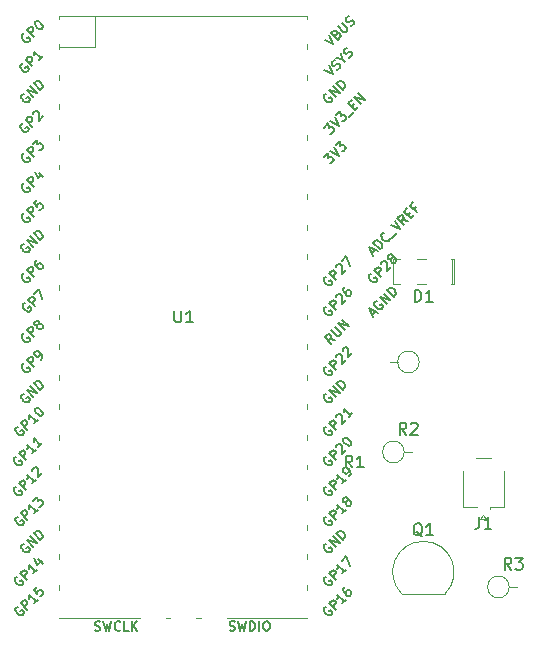
<source format=gbr>
%TF.GenerationSoftware,KiCad,Pcbnew,8.0.0*%
%TF.CreationDate,2024-03-27T17:24:57-03:00*%
%TF.ProjectId,Ponderada_S6,506f6e64-6572-4616-9461-5f53362e6b69,rev?*%
%TF.SameCoordinates,Original*%
%TF.FileFunction,Legend,Top*%
%TF.FilePolarity,Positive*%
%FSLAX46Y46*%
G04 Gerber Fmt 4.6, Leading zero omitted, Abs format (unit mm)*
G04 Created by KiCad (PCBNEW 8.0.0) date 2024-03-27 17:24:57*
%MOMM*%
%LPD*%
G01*
G04 APERTURE LIST*
%ADD10C,0.150000*%
%ADD11C,0.120000*%
G04 APERTURE END LIST*
D10*
X98321905Y-111734819D02*
X98321905Y-110734819D01*
X98321905Y-110734819D02*
X98560000Y-110734819D01*
X98560000Y-110734819D02*
X98702857Y-110782438D01*
X98702857Y-110782438D02*
X98798095Y-110877676D01*
X98798095Y-110877676D02*
X98845714Y-110972914D01*
X98845714Y-110972914D02*
X98893333Y-111163390D01*
X98893333Y-111163390D02*
X98893333Y-111306247D01*
X98893333Y-111306247D02*
X98845714Y-111496723D01*
X98845714Y-111496723D02*
X98798095Y-111591961D01*
X98798095Y-111591961D02*
X98702857Y-111687200D01*
X98702857Y-111687200D02*
X98560000Y-111734819D01*
X98560000Y-111734819D02*
X98321905Y-111734819D01*
X99845714Y-111734819D02*
X99274286Y-111734819D01*
X99560000Y-111734819D02*
X99560000Y-110734819D01*
X99560000Y-110734819D02*
X99464762Y-110877676D01*
X99464762Y-110877676D02*
X99369524Y-110972914D01*
X99369524Y-110972914D02*
X99274286Y-111020533D01*
X106513333Y-134424819D02*
X106180000Y-133948628D01*
X105941905Y-134424819D02*
X105941905Y-133424819D01*
X105941905Y-133424819D02*
X106322857Y-133424819D01*
X106322857Y-133424819D02*
X106418095Y-133472438D01*
X106418095Y-133472438D02*
X106465714Y-133520057D01*
X106465714Y-133520057D02*
X106513333Y-133615295D01*
X106513333Y-133615295D02*
X106513333Y-133758152D01*
X106513333Y-133758152D02*
X106465714Y-133853390D01*
X106465714Y-133853390D02*
X106418095Y-133901009D01*
X106418095Y-133901009D02*
X106322857Y-133948628D01*
X106322857Y-133948628D02*
X105941905Y-133948628D01*
X106846667Y-133424819D02*
X107465714Y-133424819D01*
X107465714Y-133424819D02*
X107132381Y-133805771D01*
X107132381Y-133805771D02*
X107275238Y-133805771D01*
X107275238Y-133805771D02*
X107370476Y-133853390D01*
X107370476Y-133853390D02*
X107418095Y-133901009D01*
X107418095Y-133901009D02*
X107465714Y-133996247D01*
X107465714Y-133996247D02*
X107465714Y-134234342D01*
X107465714Y-134234342D02*
X107418095Y-134329580D01*
X107418095Y-134329580D02*
X107370476Y-134377200D01*
X107370476Y-134377200D02*
X107275238Y-134424819D01*
X107275238Y-134424819D02*
X106989524Y-134424819D01*
X106989524Y-134424819D02*
X106894286Y-134377200D01*
X106894286Y-134377200D02*
X106846667Y-134329580D01*
X103806666Y-129954819D02*
X103806666Y-130669104D01*
X103806666Y-130669104D02*
X103759047Y-130811961D01*
X103759047Y-130811961D02*
X103663809Y-130907200D01*
X103663809Y-130907200D02*
X103520952Y-130954819D01*
X103520952Y-130954819D02*
X103425714Y-130954819D01*
X104806666Y-130954819D02*
X104235238Y-130954819D01*
X104520952Y-130954819D02*
X104520952Y-129954819D01*
X104520952Y-129954819D02*
X104425714Y-130097676D01*
X104425714Y-130097676D02*
X104330476Y-130192914D01*
X104330476Y-130192914D02*
X104235238Y-130240533D01*
X97623333Y-122994819D02*
X97290000Y-122518628D01*
X97051905Y-122994819D02*
X97051905Y-121994819D01*
X97051905Y-121994819D02*
X97432857Y-121994819D01*
X97432857Y-121994819D02*
X97528095Y-122042438D01*
X97528095Y-122042438D02*
X97575714Y-122090057D01*
X97575714Y-122090057D02*
X97623333Y-122185295D01*
X97623333Y-122185295D02*
X97623333Y-122328152D01*
X97623333Y-122328152D02*
X97575714Y-122423390D01*
X97575714Y-122423390D02*
X97528095Y-122471009D01*
X97528095Y-122471009D02*
X97432857Y-122518628D01*
X97432857Y-122518628D02*
X97051905Y-122518628D01*
X98004286Y-122090057D02*
X98051905Y-122042438D01*
X98051905Y-122042438D02*
X98147143Y-121994819D01*
X98147143Y-121994819D02*
X98385238Y-121994819D01*
X98385238Y-121994819D02*
X98480476Y-122042438D01*
X98480476Y-122042438D02*
X98528095Y-122090057D01*
X98528095Y-122090057D02*
X98575714Y-122185295D01*
X98575714Y-122185295D02*
X98575714Y-122280533D01*
X98575714Y-122280533D02*
X98528095Y-122423390D01*
X98528095Y-122423390D02*
X97956667Y-122994819D01*
X97956667Y-122994819D02*
X98575714Y-122994819D01*
X93043333Y-125764819D02*
X92710000Y-125288628D01*
X92471905Y-125764819D02*
X92471905Y-124764819D01*
X92471905Y-124764819D02*
X92852857Y-124764819D01*
X92852857Y-124764819D02*
X92948095Y-124812438D01*
X92948095Y-124812438D02*
X92995714Y-124860057D01*
X92995714Y-124860057D02*
X93043333Y-124955295D01*
X93043333Y-124955295D02*
X93043333Y-125098152D01*
X93043333Y-125098152D02*
X92995714Y-125193390D01*
X92995714Y-125193390D02*
X92948095Y-125241009D01*
X92948095Y-125241009D02*
X92852857Y-125288628D01*
X92852857Y-125288628D02*
X92471905Y-125288628D01*
X93995714Y-125764819D02*
X93424286Y-125764819D01*
X93710000Y-125764819D02*
X93710000Y-124764819D01*
X93710000Y-124764819D02*
X93614762Y-124907676D01*
X93614762Y-124907676D02*
X93519524Y-125002914D01*
X93519524Y-125002914D02*
X93424286Y-125050533D01*
X98964761Y-131610057D02*
X98869523Y-131562438D01*
X98869523Y-131562438D02*
X98774285Y-131467200D01*
X98774285Y-131467200D02*
X98631428Y-131324342D01*
X98631428Y-131324342D02*
X98536190Y-131276723D01*
X98536190Y-131276723D02*
X98440952Y-131276723D01*
X98488571Y-131514819D02*
X98393333Y-131467200D01*
X98393333Y-131467200D02*
X98298095Y-131371961D01*
X98298095Y-131371961D02*
X98250476Y-131181485D01*
X98250476Y-131181485D02*
X98250476Y-130848152D01*
X98250476Y-130848152D02*
X98298095Y-130657676D01*
X98298095Y-130657676D02*
X98393333Y-130562438D01*
X98393333Y-130562438D02*
X98488571Y-130514819D01*
X98488571Y-130514819D02*
X98679047Y-130514819D01*
X98679047Y-130514819D02*
X98774285Y-130562438D01*
X98774285Y-130562438D02*
X98869523Y-130657676D01*
X98869523Y-130657676D02*
X98917142Y-130848152D01*
X98917142Y-130848152D02*
X98917142Y-131181485D01*
X98917142Y-131181485D02*
X98869523Y-131371961D01*
X98869523Y-131371961D02*
X98774285Y-131467200D01*
X98774285Y-131467200D02*
X98679047Y-131514819D01*
X98679047Y-131514819D02*
X98488571Y-131514819D01*
X99869523Y-131514819D02*
X99298095Y-131514819D01*
X99583809Y-131514819D02*
X99583809Y-130514819D01*
X99583809Y-130514819D02*
X99488571Y-130657676D01*
X99488571Y-130657676D02*
X99393333Y-130752914D01*
X99393333Y-130752914D02*
X99298095Y-130800533D01*
X77978095Y-112484819D02*
X77978095Y-113294342D01*
X77978095Y-113294342D02*
X78025714Y-113389580D01*
X78025714Y-113389580D02*
X78073333Y-113437200D01*
X78073333Y-113437200D02*
X78168571Y-113484819D01*
X78168571Y-113484819D02*
X78359047Y-113484819D01*
X78359047Y-113484819D02*
X78454285Y-113437200D01*
X78454285Y-113437200D02*
X78501904Y-113389580D01*
X78501904Y-113389580D02*
X78549523Y-113294342D01*
X78549523Y-113294342D02*
X78549523Y-112484819D01*
X79549523Y-113484819D02*
X78978095Y-113484819D01*
X79263809Y-113484819D02*
X79263809Y-112484819D01*
X79263809Y-112484819D02*
X79168571Y-112627676D01*
X79168571Y-112627676D02*
X79073333Y-112722914D01*
X79073333Y-112722914D02*
X78978095Y-112770533D01*
X65253372Y-114421494D02*
X65172560Y-114448431D01*
X65172560Y-114448431D02*
X65091748Y-114529243D01*
X65091748Y-114529243D02*
X65037873Y-114636993D01*
X65037873Y-114636993D02*
X65037873Y-114744742D01*
X65037873Y-114744742D02*
X65064810Y-114825555D01*
X65064810Y-114825555D02*
X65145623Y-114960242D01*
X65145623Y-114960242D02*
X65226435Y-115041054D01*
X65226435Y-115041054D02*
X65361122Y-115121866D01*
X65361122Y-115121866D02*
X65441934Y-115148803D01*
X65441934Y-115148803D02*
X65549684Y-115148803D01*
X65549684Y-115148803D02*
X65657433Y-115094929D01*
X65657433Y-115094929D02*
X65711308Y-115041054D01*
X65711308Y-115041054D02*
X65765183Y-114933304D01*
X65765183Y-114933304D02*
X65765183Y-114879429D01*
X65765183Y-114879429D02*
X65576621Y-114690868D01*
X65576621Y-114690868D02*
X65468871Y-114798617D01*
X66061494Y-114690868D02*
X65495809Y-114125182D01*
X65495809Y-114125182D02*
X65711308Y-113909683D01*
X65711308Y-113909683D02*
X65792120Y-113882746D01*
X65792120Y-113882746D02*
X65845995Y-113882746D01*
X65845995Y-113882746D02*
X65926807Y-113909683D01*
X65926807Y-113909683D02*
X66007619Y-113990495D01*
X66007619Y-113990495D02*
X66034557Y-114071307D01*
X66034557Y-114071307D02*
X66034557Y-114125182D01*
X66034557Y-114125182D02*
X66007619Y-114205994D01*
X66007619Y-114205994D02*
X65792120Y-114421494D01*
X66384743Y-113721121D02*
X66303931Y-113748059D01*
X66303931Y-113748059D02*
X66250056Y-113748059D01*
X66250056Y-113748059D02*
X66169244Y-113721121D01*
X66169244Y-113721121D02*
X66142306Y-113694184D01*
X66142306Y-113694184D02*
X66115369Y-113613372D01*
X66115369Y-113613372D02*
X66115369Y-113559497D01*
X66115369Y-113559497D02*
X66142306Y-113478685D01*
X66142306Y-113478685D02*
X66250056Y-113370935D01*
X66250056Y-113370935D02*
X66330868Y-113343998D01*
X66330868Y-113343998D02*
X66384743Y-113343998D01*
X66384743Y-113343998D02*
X66465555Y-113370935D01*
X66465555Y-113370935D02*
X66492493Y-113397872D01*
X66492493Y-113397872D02*
X66519430Y-113478685D01*
X66519430Y-113478685D02*
X66519430Y-113532559D01*
X66519430Y-113532559D02*
X66492493Y-113613372D01*
X66492493Y-113613372D02*
X66384743Y-113721121D01*
X66384743Y-113721121D02*
X66357806Y-113801933D01*
X66357806Y-113801933D02*
X66357806Y-113855808D01*
X66357806Y-113855808D02*
X66384743Y-113936620D01*
X66384743Y-113936620D02*
X66492493Y-114044370D01*
X66492493Y-114044370D02*
X66573305Y-114071307D01*
X66573305Y-114071307D02*
X66627180Y-114071307D01*
X66627180Y-114071307D02*
X66707992Y-114044370D01*
X66707992Y-114044370D02*
X66815741Y-113936620D01*
X66815741Y-113936620D02*
X66842679Y-113855808D01*
X66842679Y-113855808D02*
X66842679Y-113801933D01*
X66842679Y-113801933D02*
X66815741Y-113721121D01*
X66815741Y-113721121D02*
X66707992Y-113613372D01*
X66707992Y-113613372D02*
X66627180Y-113586434D01*
X66627180Y-113586434D02*
X66573305Y-113586434D01*
X66573305Y-113586434D02*
X66492493Y-113613372D01*
X90660749Y-92100242D02*
X91414996Y-92477366D01*
X91414996Y-92477366D02*
X91037873Y-91723118D01*
X91738245Y-92100242D02*
X91845995Y-92046367D01*
X91845995Y-92046367D02*
X91980682Y-91911680D01*
X91980682Y-91911680D02*
X92007619Y-91830868D01*
X92007619Y-91830868D02*
X92007619Y-91776993D01*
X92007619Y-91776993D02*
X91980682Y-91696181D01*
X91980682Y-91696181D02*
X91926807Y-91642306D01*
X91926807Y-91642306D02*
X91845995Y-91615369D01*
X91845995Y-91615369D02*
X91792120Y-91615369D01*
X91792120Y-91615369D02*
X91711308Y-91642306D01*
X91711308Y-91642306D02*
X91576621Y-91723118D01*
X91576621Y-91723118D02*
X91495808Y-91750056D01*
X91495808Y-91750056D02*
X91441934Y-91750056D01*
X91441934Y-91750056D02*
X91361121Y-91723118D01*
X91361121Y-91723118D02*
X91307247Y-91669244D01*
X91307247Y-91669244D02*
X91280309Y-91588431D01*
X91280309Y-91588431D02*
X91280309Y-91534557D01*
X91280309Y-91534557D02*
X91307247Y-91453744D01*
X91307247Y-91453744D02*
X91441934Y-91319057D01*
X91441934Y-91319057D02*
X91549683Y-91265183D01*
X92169244Y-91184370D02*
X92438618Y-91453744D01*
X91684370Y-91076621D02*
X92169244Y-91184370D01*
X92169244Y-91184370D02*
X92061494Y-90699497D01*
X92761866Y-91076621D02*
X92869616Y-91022746D01*
X92869616Y-91022746D02*
X93004303Y-90888059D01*
X93004303Y-90888059D02*
X93031240Y-90807247D01*
X93031240Y-90807247D02*
X93031240Y-90753372D01*
X93031240Y-90753372D02*
X93004303Y-90672560D01*
X93004303Y-90672560D02*
X92950428Y-90618685D01*
X92950428Y-90618685D02*
X92869616Y-90591748D01*
X92869616Y-90591748D02*
X92815741Y-90591748D01*
X92815741Y-90591748D02*
X92734929Y-90618685D01*
X92734929Y-90618685D02*
X92600242Y-90699497D01*
X92600242Y-90699497D02*
X92519430Y-90726435D01*
X92519430Y-90726435D02*
X92465555Y-90726435D01*
X92465555Y-90726435D02*
X92384743Y-90699497D01*
X92384743Y-90699497D02*
X92330868Y-90645622D01*
X92330868Y-90645622D02*
X92303930Y-90564810D01*
X92303930Y-90564810D02*
X92303930Y-90510935D01*
X92303930Y-90510935D02*
X92330868Y-90430123D01*
X92330868Y-90430123D02*
X92465555Y-90295436D01*
X92465555Y-90295436D02*
X92573304Y-90241561D01*
X64729998Y-129930868D02*
X64649185Y-129957805D01*
X64649185Y-129957805D02*
X64568373Y-130038618D01*
X64568373Y-130038618D02*
X64514498Y-130146367D01*
X64514498Y-130146367D02*
X64514498Y-130254117D01*
X64514498Y-130254117D02*
X64541436Y-130334929D01*
X64541436Y-130334929D02*
X64622248Y-130469616D01*
X64622248Y-130469616D02*
X64703060Y-130550428D01*
X64703060Y-130550428D02*
X64837747Y-130631241D01*
X64837747Y-130631241D02*
X64918560Y-130658178D01*
X64918560Y-130658178D02*
X65026309Y-130658178D01*
X65026309Y-130658178D02*
X65134059Y-130604303D01*
X65134059Y-130604303D02*
X65187934Y-130550428D01*
X65187934Y-130550428D02*
X65241808Y-130442679D01*
X65241808Y-130442679D02*
X65241808Y-130388804D01*
X65241808Y-130388804D02*
X65053247Y-130200242D01*
X65053247Y-130200242D02*
X64945497Y-130307992D01*
X65538120Y-130200242D02*
X64972434Y-129634557D01*
X64972434Y-129634557D02*
X65187934Y-129419057D01*
X65187934Y-129419057D02*
X65268746Y-129392120D01*
X65268746Y-129392120D02*
X65322621Y-129392120D01*
X65322621Y-129392120D02*
X65403433Y-129419057D01*
X65403433Y-129419057D02*
X65484245Y-129499870D01*
X65484245Y-129499870D02*
X65511182Y-129580682D01*
X65511182Y-129580682D02*
X65511182Y-129634557D01*
X65511182Y-129634557D02*
X65484245Y-129715369D01*
X65484245Y-129715369D02*
X65268746Y-129930868D01*
X66400117Y-129338245D02*
X66076868Y-129661494D01*
X66238492Y-129499870D02*
X65672807Y-128934184D01*
X65672807Y-128934184D02*
X65699744Y-129068871D01*
X65699744Y-129068871D02*
X65699744Y-129176621D01*
X65699744Y-129176621D02*
X65672807Y-129257433D01*
X66022993Y-128583998D02*
X66373179Y-128233812D01*
X66373179Y-128233812D02*
X66400117Y-128637873D01*
X66400117Y-128637873D02*
X66480929Y-128557060D01*
X66480929Y-128557060D02*
X66561741Y-128530123D01*
X66561741Y-128530123D02*
X66615616Y-128530123D01*
X66615616Y-128530123D02*
X66696428Y-128557060D01*
X66696428Y-128557060D02*
X66831115Y-128691747D01*
X66831115Y-128691747D02*
X66858053Y-128772560D01*
X66858053Y-128772560D02*
X66858053Y-128826434D01*
X66858053Y-128826434D02*
X66831115Y-128907247D01*
X66831115Y-128907247D02*
X66669491Y-129068871D01*
X66669491Y-129068871D02*
X66588679Y-129095808D01*
X66588679Y-129095808D02*
X66534804Y-129095808D01*
X65253372Y-104261494D02*
X65172560Y-104288431D01*
X65172560Y-104288431D02*
X65091748Y-104369243D01*
X65091748Y-104369243D02*
X65037873Y-104476993D01*
X65037873Y-104476993D02*
X65037873Y-104584742D01*
X65037873Y-104584742D02*
X65064810Y-104665555D01*
X65064810Y-104665555D02*
X65145623Y-104800242D01*
X65145623Y-104800242D02*
X65226435Y-104881054D01*
X65226435Y-104881054D02*
X65361122Y-104961866D01*
X65361122Y-104961866D02*
X65441934Y-104988803D01*
X65441934Y-104988803D02*
X65549684Y-104988803D01*
X65549684Y-104988803D02*
X65657433Y-104934929D01*
X65657433Y-104934929D02*
X65711308Y-104881054D01*
X65711308Y-104881054D02*
X65765183Y-104773304D01*
X65765183Y-104773304D02*
X65765183Y-104719429D01*
X65765183Y-104719429D02*
X65576621Y-104530868D01*
X65576621Y-104530868D02*
X65468871Y-104638617D01*
X66061494Y-104530868D02*
X65495809Y-103965182D01*
X65495809Y-103965182D02*
X65711308Y-103749683D01*
X65711308Y-103749683D02*
X65792120Y-103722746D01*
X65792120Y-103722746D02*
X65845995Y-103722746D01*
X65845995Y-103722746D02*
X65926807Y-103749683D01*
X65926807Y-103749683D02*
X66007619Y-103830495D01*
X66007619Y-103830495D02*
X66034557Y-103911307D01*
X66034557Y-103911307D02*
X66034557Y-103965182D01*
X66034557Y-103965182D02*
X66007619Y-104045994D01*
X66007619Y-104045994D02*
X65792120Y-104261494D01*
X66330868Y-103130123D02*
X66061494Y-103399497D01*
X66061494Y-103399497D02*
X66303931Y-103695808D01*
X66303931Y-103695808D02*
X66303931Y-103641933D01*
X66303931Y-103641933D02*
X66330868Y-103561121D01*
X66330868Y-103561121D02*
X66465555Y-103426434D01*
X66465555Y-103426434D02*
X66546367Y-103399497D01*
X66546367Y-103399497D02*
X66600242Y-103399497D01*
X66600242Y-103399497D02*
X66681054Y-103426434D01*
X66681054Y-103426434D02*
X66815741Y-103561121D01*
X66815741Y-103561121D02*
X66842679Y-103641933D01*
X66842679Y-103641933D02*
X66842679Y-103695808D01*
X66842679Y-103695808D02*
X66815741Y-103776620D01*
X66815741Y-103776620D02*
X66681054Y-103911307D01*
X66681054Y-103911307D02*
X66600242Y-103938245D01*
X66600242Y-103938245D02*
X66546367Y-103938245D01*
X90662407Y-96988584D02*
X91012593Y-96638398D01*
X91012593Y-96638398D02*
X91039531Y-97042459D01*
X91039531Y-97042459D02*
X91120343Y-96961646D01*
X91120343Y-96961646D02*
X91201155Y-96934709D01*
X91201155Y-96934709D02*
X91255030Y-96934709D01*
X91255030Y-96934709D02*
X91335842Y-96961646D01*
X91335842Y-96961646D02*
X91470529Y-97096333D01*
X91470529Y-97096333D02*
X91497467Y-97177146D01*
X91497467Y-97177146D02*
X91497467Y-97231020D01*
X91497467Y-97231020D02*
X91470529Y-97311833D01*
X91470529Y-97311833D02*
X91308905Y-97473457D01*
X91308905Y-97473457D02*
X91228093Y-97500394D01*
X91228093Y-97500394D02*
X91174218Y-97500394D01*
X91174218Y-96476773D02*
X91928465Y-96853897D01*
X91928465Y-96853897D02*
X91551342Y-96099649D01*
X91686028Y-95964963D02*
X92036215Y-95614776D01*
X92036215Y-95614776D02*
X92063152Y-96018837D01*
X92063152Y-96018837D02*
X92143964Y-95938025D01*
X92143964Y-95938025D02*
X92224776Y-95911088D01*
X92224776Y-95911088D02*
X92278651Y-95911088D01*
X92278651Y-95911088D02*
X92359464Y-95938025D01*
X92359464Y-95938025D02*
X92494151Y-96072712D01*
X92494151Y-96072712D02*
X92521088Y-96153524D01*
X92521088Y-96153524D02*
X92521088Y-96207399D01*
X92521088Y-96207399D02*
X92494151Y-96288211D01*
X92494151Y-96288211D02*
X92332526Y-96449836D01*
X92332526Y-96449836D02*
X92251714Y-96476773D01*
X92251714Y-96476773D02*
X92197839Y-96476773D01*
X92763525Y-96126587D02*
X93194523Y-95695588D01*
X92979024Y-95210715D02*
X93167586Y-95022153D01*
X93544709Y-95237652D02*
X93275335Y-95507026D01*
X93275335Y-95507026D02*
X92709650Y-94941341D01*
X92709650Y-94941341D02*
X92979024Y-94671967D01*
X93787146Y-94995215D02*
X93221461Y-94429530D01*
X93221461Y-94429530D02*
X94110395Y-94671967D01*
X94110395Y-94671967D02*
X93544710Y-94106281D01*
X90837998Y-127390868D02*
X90757185Y-127417805D01*
X90757185Y-127417805D02*
X90676373Y-127498618D01*
X90676373Y-127498618D02*
X90622498Y-127606367D01*
X90622498Y-127606367D02*
X90622498Y-127714117D01*
X90622498Y-127714117D02*
X90649436Y-127794929D01*
X90649436Y-127794929D02*
X90730248Y-127929616D01*
X90730248Y-127929616D02*
X90811060Y-128010428D01*
X90811060Y-128010428D02*
X90945747Y-128091241D01*
X90945747Y-128091241D02*
X91026560Y-128118178D01*
X91026560Y-128118178D02*
X91134309Y-128118178D01*
X91134309Y-128118178D02*
X91242059Y-128064303D01*
X91242059Y-128064303D02*
X91295934Y-128010428D01*
X91295934Y-128010428D02*
X91349808Y-127902679D01*
X91349808Y-127902679D02*
X91349808Y-127848804D01*
X91349808Y-127848804D02*
X91161247Y-127660242D01*
X91161247Y-127660242D02*
X91053497Y-127767992D01*
X91646120Y-127660242D02*
X91080434Y-127094557D01*
X91080434Y-127094557D02*
X91295934Y-126879057D01*
X91295934Y-126879057D02*
X91376746Y-126852120D01*
X91376746Y-126852120D02*
X91430621Y-126852120D01*
X91430621Y-126852120D02*
X91511433Y-126879057D01*
X91511433Y-126879057D02*
X91592245Y-126959870D01*
X91592245Y-126959870D02*
X91619182Y-127040682D01*
X91619182Y-127040682D02*
X91619182Y-127094557D01*
X91619182Y-127094557D02*
X91592245Y-127175369D01*
X91592245Y-127175369D02*
X91376746Y-127390868D01*
X92508117Y-126798245D02*
X92184868Y-127121494D01*
X92346492Y-126959870D02*
X91780807Y-126394184D01*
X91780807Y-126394184D02*
X91807744Y-126528871D01*
X91807744Y-126528871D02*
X91807744Y-126636621D01*
X91807744Y-126636621D02*
X91780807Y-126717433D01*
X92777491Y-126528871D02*
X92885240Y-126421121D01*
X92885240Y-126421121D02*
X92912178Y-126340309D01*
X92912178Y-126340309D02*
X92912178Y-126286434D01*
X92912178Y-126286434D02*
X92885240Y-126151747D01*
X92885240Y-126151747D02*
X92804428Y-126017060D01*
X92804428Y-126017060D02*
X92588929Y-125801561D01*
X92588929Y-125801561D02*
X92508117Y-125774624D01*
X92508117Y-125774624D02*
X92454242Y-125774624D01*
X92454242Y-125774624D02*
X92373430Y-125801561D01*
X92373430Y-125801561D02*
X92265680Y-125909311D01*
X92265680Y-125909311D02*
X92238743Y-125990123D01*
X92238743Y-125990123D02*
X92238743Y-126043998D01*
X92238743Y-126043998D02*
X92265680Y-126124810D01*
X92265680Y-126124810D02*
X92400367Y-126259497D01*
X92400367Y-126259497D02*
X92481179Y-126286434D01*
X92481179Y-126286434D02*
X92535054Y-126286434D01*
X92535054Y-126286434D02*
X92615866Y-126259497D01*
X92615866Y-126259497D02*
X92723616Y-126151747D01*
X92723616Y-126151747D02*
X92750553Y-126070935D01*
X92750553Y-126070935D02*
X92750553Y-126017060D01*
X92750553Y-126017060D02*
X92723616Y-125936248D01*
X64729998Y-137550868D02*
X64649185Y-137577805D01*
X64649185Y-137577805D02*
X64568373Y-137658618D01*
X64568373Y-137658618D02*
X64514498Y-137766367D01*
X64514498Y-137766367D02*
X64514498Y-137874117D01*
X64514498Y-137874117D02*
X64541436Y-137954929D01*
X64541436Y-137954929D02*
X64622248Y-138089616D01*
X64622248Y-138089616D02*
X64703060Y-138170428D01*
X64703060Y-138170428D02*
X64837747Y-138251241D01*
X64837747Y-138251241D02*
X64918560Y-138278178D01*
X64918560Y-138278178D02*
X65026309Y-138278178D01*
X65026309Y-138278178D02*
X65134059Y-138224303D01*
X65134059Y-138224303D02*
X65187934Y-138170428D01*
X65187934Y-138170428D02*
X65241808Y-138062679D01*
X65241808Y-138062679D02*
X65241808Y-138008804D01*
X65241808Y-138008804D02*
X65053247Y-137820242D01*
X65053247Y-137820242D02*
X64945497Y-137927992D01*
X65538120Y-137820242D02*
X64972434Y-137254557D01*
X64972434Y-137254557D02*
X65187934Y-137039057D01*
X65187934Y-137039057D02*
X65268746Y-137012120D01*
X65268746Y-137012120D02*
X65322621Y-137012120D01*
X65322621Y-137012120D02*
X65403433Y-137039057D01*
X65403433Y-137039057D02*
X65484245Y-137119870D01*
X65484245Y-137119870D02*
X65511182Y-137200682D01*
X65511182Y-137200682D02*
X65511182Y-137254557D01*
X65511182Y-137254557D02*
X65484245Y-137335369D01*
X65484245Y-137335369D02*
X65268746Y-137550868D01*
X66400117Y-136958245D02*
X66076868Y-137281494D01*
X66238492Y-137119870D02*
X65672807Y-136554184D01*
X65672807Y-136554184D02*
X65699744Y-136688871D01*
X65699744Y-136688871D02*
X65699744Y-136796621D01*
X65699744Y-136796621D02*
X65672807Y-136877433D01*
X66346242Y-135880749D02*
X66076868Y-136150123D01*
X66076868Y-136150123D02*
X66319305Y-136446434D01*
X66319305Y-136446434D02*
X66319305Y-136392560D01*
X66319305Y-136392560D02*
X66346242Y-136311747D01*
X66346242Y-136311747D02*
X66480929Y-136177060D01*
X66480929Y-136177060D02*
X66561741Y-136150123D01*
X66561741Y-136150123D02*
X66615616Y-136150123D01*
X66615616Y-136150123D02*
X66696428Y-136177060D01*
X66696428Y-136177060D02*
X66831115Y-136311747D01*
X66831115Y-136311747D02*
X66858053Y-136392560D01*
X66858053Y-136392560D02*
X66858053Y-136446434D01*
X66858053Y-136446434D02*
X66831115Y-136527247D01*
X66831115Y-136527247D02*
X66696428Y-136661934D01*
X66696428Y-136661934D02*
X66615616Y-136688871D01*
X66615616Y-136688871D02*
X66561741Y-136688871D01*
X65253372Y-101721494D02*
X65172560Y-101748431D01*
X65172560Y-101748431D02*
X65091748Y-101829243D01*
X65091748Y-101829243D02*
X65037873Y-101936993D01*
X65037873Y-101936993D02*
X65037873Y-102044742D01*
X65037873Y-102044742D02*
X65064810Y-102125555D01*
X65064810Y-102125555D02*
X65145623Y-102260242D01*
X65145623Y-102260242D02*
X65226435Y-102341054D01*
X65226435Y-102341054D02*
X65361122Y-102421866D01*
X65361122Y-102421866D02*
X65441934Y-102448803D01*
X65441934Y-102448803D02*
X65549684Y-102448803D01*
X65549684Y-102448803D02*
X65657433Y-102394929D01*
X65657433Y-102394929D02*
X65711308Y-102341054D01*
X65711308Y-102341054D02*
X65765183Y-102233304D01*
X65765183Y-102233304D02*
X65765183Y-102179429D01*
X65765183Y-102179429D02*
X65576621Y-101990868D01*
X65576621Y-101990868D02*
X65468871Y-102098617D01*
X66061494Y-101990868D02*
X65495809Y-101425182D01*
X65495809Y-101425182D02*
X65711308Y-101209683D01*
X65711308Y-101209683D02*
X65792120Y-101182746D01*
X65792120Y-101182746D02*
X65845995Y-101182746D01*
X65845995Y-101182746D02*
X65926807Y-101209683D01*
X65926807Y-101209683D02*
X66007619Y-101290495D01*
X66007619Y-101290495D02*
X66034557Y-101371307D01*
X66034557Y-101371307D02*
X66034557Y-101425182D01*
X66034557Y-101425182D02*
X66007619Y-101505994D01*
X66007619Y-101505994D02*
X65792120Y-101721494D01*
X66492493Y-100805622D02*
X66869616Y-101182746D01*
X66142306Y-100724810D02*
X66411680Y-101263558D01*
X66411680Y-101263558D02*
X66761867Y-100913372D01*
X90837998Y-129930868D02*
X90757185Y-129957805D01*
X90757185Y-129957805D02*
X90676373Y-130038618D01*
X90676373Y-130038618D02*
X90622498Y-130146367D01*
X90622498Y-130146367D02*
X90622498Y-130254117D01*
X90622498Y-130254117D02*
X90649436Y-130334929D01*
X90649436Y-130334929D02*
X90730248Y-130469616D01*
X90730248Y-130469616D02*
X90811060Y-130550428D01*
X90811060Y-130550428D02*
X90945747Y-130631241D01*
X90945747Y-130631241D02*
X91026560Y-130658178D01*
X91026560Y-130658178D02*
X91134309Y-130658178D01*
X91134309Y-130658178D02*
X91242059Y-130604303D01*
X91242059Y-130604303D02*
X91295934Y-130550428D01*
X91295934Y-130550428D02*
X91349808Y-130442679D01*
X91349808Y-130442679D02*
X91349808Y-130388804D01*
X91349808Y-130388804D02*
X91161247Y-130200242D01*
X91161247Y-130200242D02*
X91053497Y-130307992D01*
X91646120Y-130200242D02*
X91080434Y-129634557D01*
X91080434Y-129634557D02*
X91295934Y-129419057D01*
X91295934Y-129419057D02*
X91376746Y-129392120D01*
X91376746Y-129392120D02*
X91430621Y-129392120D01*
X91430621Y-129392120D02*
X91511433Y-129419057D01*
X91511433Y-129419057D02*
X91592245Y-129499870D01*
X91592245Y-129499870D02*
X91619182Y-129580682D01*
X91619182Y-129580682D02*
X91619182Y-129634557D01*
X91619182Y-129634557D02*
X91592245Y-129715369D01*
X91592245Y-129715369D02*
X91376746Y-129930868D01*
X92508117Y-129338245D02*
X92184868Y-129661494D01*
X92346492Y-129499870D02*
X91780807Y-128934184D01*
X91780807Y-128934184D02*
X91807744Y-129068871D01*
X91807744Y-129068871D02*
X91807744Y-129176621D01*
X91807744Y-129176621D02*
X91780807Y-129257433D01*
X92508117Y-128691747D02*
X92427305Y-128718685D01*
X92427305Y-128718685D02*
X92373430Y-128718685D01*
X92373430Y-128718685D02*
X92292618Y-128691747D01*
X92292618Y-128691747D02*
X92265680Y-128664810D01*
X92265680Y-128664810D02*
X92238743Y-128583998D01*
X92238743Y-128583998D02*
X92238743Y-128530123D01*
X92238743Y-128530123D02*
X92265680Y-128449311D01*
X92265680Y-128449311D02*
X92373430Y-128341561D01*
X92373430Y-128341561D02*
X92454242Y-128314624D01*
X92454242Y-128314624D02*
X92508117Y-128314624D01*
X92508117Y-128314624D02*
X92588929Y-128341561D01*
X92588929Y-128341561D02*
X92615866Y-128368499D01*
X92615866Y-128368499D02*
X92642804Y-128449311D01*
X92642804Y-128449311D02*
X92642804Y-128503186D01*
X92642804Y-128503186D02*
X92615866Y-128583998D01*
X92615866Y-128583998D02*
X92508117Y-128691747D01*
X92508117Y-128691747D02*
X92481179Y-128772560D01*
X92481179Y-128772560D02*
X92481179Y-128826434D01*
X92481179Y-128826434D02*
X92508117Y-128907247D01*
X92508117Y-128907247D02*
X92615866Y-129014996D01*
X92615866Y-129014996D02*
X92696679Y-129041934D01*
X92696679Y-129041934D02*
X92750553Y-129041934D01*
X92750553Y-129041934D02*
X92831366Y-129014996D01*
X92831366Y-129014996D02*
X92939115Y-128907247D01*
X92939115Y-128907247D02*
X92966053Y-128826434D01*
X92966053Y-128826434D02*
X92966053Y-128772560D01*
X92966053Y-128772560D02*
X92939115Y-128691747D01*
X92939115Y-128691747D02*
X92831366Y-128583998D01*
X92831366Y-128583998D02*
X92750553Y-128557060D01*
X92750553Y-128557060D02*
X92696679Y-128557060D01*
X92696679Y-128557060D02*
X92615866Y-128583998D01*
X90837998Y-117230868D02*
X90757185Y-117257805D01*
X90757185Y-117257805D02*
X90676373Y-117338618D01*
X90676373Y-117338618D02*
X90622498Y-117446367D01*
X90622498Y-117446367D02*
X90622498Y-117554117D01*
X90622498Y-117554117D02*
X90649436Y-117634929D01*
X90649436Y-117634929D02*
X90730248Y-117769616D01*
X90730248Y-117769616D02*
X90811060Y-117850428D01*
X90811060Y-117850428D02*
X90945747Y-117931241D01*
X90945747Y-117931241D02*
X91026560Y-117958178D01*
X91026560Y-117958178D02*
X91134309Y-117958178D01*
X91134309Y-117958178D02*
X91242059Y-117904303D01*
X91242059Y-117904303D02*
X91295934Y-117850428D01*
X91295934Y-117850428D02*
X91349808Y-117742679D01*
X91349808Y-117742679D02*
X91349808Y-117688804D01*
X91349808Y-117688804D02*
X91161247Y-117500242D01*
X91161247Y-117500242D02*
X91053497Y-117607992D01*
X91646120Y-117500242D02*
X91080434Y-116934557D01*
X91080434Y-116934557D02*
X91295934Y-116719057D01*
X91295934Y-116719057D02*
X91376746Y-116692120D01*
X91376746Y-116692120D02*
X91430621Y-116692120D01*
X91430621Y-116692120D02*
X91511433Y-116719057D01*
X91511433Y-116719057D02*
X91592245Y-116799870D01*
X91592245Y-116799870D02*
X91619182Y-116880682D01*
X91619182Y-116880682D02*
X91619182Y-116934557D01*
X91619182Y-116934557D02*
X91592245Y-117015369D01*
X91592245Y-117015369D02*
X91376746Y-117230868D01*
X91673057Y-116449683D02*
X91673057Y-116395809D01*
X91673057Y-116395809D02*
X91699995Y-116314996D01*
X91699995Y-116314996D02*
X91834682Y-116180309D01*
X91834682Y-116180309D02*
X91915494Y-116153372D01*
X91915494Y-116153372D02*
X91969369Y-116153372D01*
X91969369Y-116153372D02*
X92050181Y-116180309D01*
X92050181Y-116180309D02*
X92104056Y-116234184D01*
X92104056Y-116234184D02*
X92157930Y-116341934D01*
X92157930Y-116341934D02*
X92157930Y-116988431D01*
X92157930Y-116988431D02*
X92508117Y-116638245D01*
X92211805Y-115910935D02*
X92211805Y-115857060D01*
X92211805Y-115857060D02*
X92238743Y-115776248D01*
X92238743Y-115776248D02*
X92373430Y-115641561D01*
X92373430Y-115641561D02*
X92454242Y-115614624D01*
X92454242Y-115614624D02*
X92508117Y-115614624D01*
X92508117Y-115614624D02*
X92588929Y-115641561D01*
X92588929Y-115641561D02*
X92642804Y-115695436D01*
X92642804Y-115695436D02*
X92696679Y-115803186D01*
X92696679Y-115803186D02*
X92696679Y-116449683D01*
X92696679Y-116449683D02*
X93046865Y-116099497D01*
X64729998Y-122310868D02*
X64649185Y-122337805D01*
X64649185Y-122337805D02*
X64568373Y-122418618D01*
X64568373Y-122418618D02*
X64514498Y-122526367D01*
X64514498Y-122526367D02*
X64514498Y-122634117D01*
X64514498Y-122634117D02*
X64541436Y-122714929D01*
X64541436Y-122714929D02*
X64622248Y-122849616D01*
X64622248Y-122849616D02*
X64703060Y-122930428D01*
X64703060Y-122930428D02*
X64837747Y-123011241D01*
X64837747Y-123011241D02*
X64918560Y-123038178D01*
X64918560Y-123038178D02*
X65026309Y-123038178D01*
X65026309Y-123038178D02*
X65134059Y-122984303D01*
X65134059Y-122984303D02*
X65187934Y-122930428D01*
X65187934Y-122930428D02*
X65241808Y-122822679D01*
X65241808Y-122822679D02*
X65241808Y-122768804D01*
X65241808Y-122768804D02*
X65053247Y-122580242D01*
X65053247Y-122580242D02*
X64945497Y-122687992D01*
X65538120Y-122580242D02*
X64972434Y-122014557D01*
X64972434Y-122014557D02*
X65187934Y-121799057D01*
X65187934Y-121799057D02*
X65268746Y-121772120D01*
X65268746Y-121772120D02*
X65322621Y-121772120D01*
X65322621Y-121772120D02*
X65403433Y-121799057D01*
X65403433Y-121799057D02*
X65484245Y-121879870D01*
X65484245Y-121879870D02*
X65511182Y-121960682D01*
X65511182Y-121960682D02*
X65511182Y-122014557D01*
X65511182Y-122014557D02*
X65484245Y-122095369D01*
X65484245Y-122095369D02*
X65268746Y-122310868D01*
X66400117Y-121718245D02*
X66076868Y-122041494D01*
X66238492Y-121879870D02*
X65672807Y-121314184D01*
X65672807Y-121314184D02*
X65699744Y-121448871D01*
X65699744Y-121448871D02*
X65699744Y-121556621D01*
X65699744Y-121556621D02*
X65672807Y-121637433D01*
X66184618Y-120802373D02*
X66238492Y-120748499D01*
X66238492Y-120748499D02*
X66319305Y-120721561D01*
X66319305Y-120721561D02*
X66373179Y-120721561D01*
X66373179Y-120721561D02*
X66453992Y-120748499D01*
X66453992Y-120748499D02*
X66588679Y-120829311D01*
X66588679Y-120829311D02*
X66723366Y-120963998D01*
X66723366Y-120963998D02*
X66804178Y-121098685D01*
X66804178Y-121098685D02*
X66831115Y-121179497D01*
X66831115Y-121179497D02*
X66831115Y-121233372D01*
X66831115Y-121233372D02*
X66804178Y-121314184D01*
X66804178Y-121314184D02*
X66750303Y-121368059D01*
X66750303Y-121368059D02*
X66669491Y-121394996D01*
X66669491Y-121394996D02*
X66615616Y-121394996D01*
X66615616Y-121394996D02*
X66534804Y-121368059D01*
X66534804Y-121368059D02*
X66400117Y-121287247D01*
X66400117Y-121287247D02*
X66265430Y-121152560D01*
X66265430Y-121152560D02*
X66184618Y-121017873D01*
X66184618Y-121017873D02*
X66157680Y-120937060D01*
X66157680Y-120937060D02*
X66157680Y-120883186D01*
X66157680Y-120883186D02*
X66184618Y-120802373D01*
X90630123Y-99520868D02*
X90980309Y-99170682D01*
X90980309Y-99170682D02*
X91007247Y-99574743D01*
X91007247Y-99574743D02*
X91088059Y-99493931D01*
X91088059Y-99493931D02*
X91168871Y-99466993D01*
X91168871Y-99466993D02*
X91222746Y-99466993D01*
X91222746Y-99466993D02*
X91303558Y-99493931D01*
X91303558Y-99493931D02*
X91438245Y-99628618D01*
X91438245Y-99628618D02*
X91465182Y-99709430D01*
X91465182Y-99709430D02*
X91465182Y-99763305D01*
X91465182Y-99763305D02*
X91438245Y-99844117D01*
X91438245Y-99844117D02*
X91276621Y-100005741D01*
X91276621Y-100005741D02*
X91195808Y-100032679D01*
X91195808Y-100032679D02*
X91141934Y-100032679D01*
X91141934Y-99009057D02*
X91896181Y-99386181D01*
X91896181Y-99386181D02*
X91519057Y-98631934D01*
X91653744Y-98497247D02*
X92003930Y-98147061D01*
X92003930Y-98147061D02*
X92030868Y-98551122D01*
X92030868Y-98551122D02*
X92111680Y-98470309D01*
X92111680Y-98470309D02*
X92192492Y-98443372D01*
X92192492Y-98443372D02*
X92246367Y-98443372D01*
X92246367Y-98443372D02*
X92327179Y-98470309D01*
X92327179Y-98470309D02*
X92461866Y-98604996D01*
X92461866Y-98604996D02*
X92488804Y-98685809D01*
X92488804Y-98685809D02*
X92488804Y-98739683D01*
X92488804Y-98739683D02*
X92461866Y-98820496D01*
X92461866Y-98820496D02*
X92300242Y-98982120D01*
X92300242Y-98982120D02*
X92219430Y-99009057D01*
X92219430Y-99009057D02*
X92165555Y-99009057D01*
X90826435Y-119528431D02*
X90745623Y-119555368D01*
X90745623Y-119555368D02*
X90664811Y-119636180D01*
X90664811Y-119636180D02*
X90610936Y-119743930D01*
X90610936Y-119743930D02*
X90610936Y-119851680D01*
X90610936Y-119851680D02*
X90637873Y-119932492D01*
X90637873Y-119932492D02*
X90718685Y-120067179D01*
X90718685Y-120067179D02*
X90799498Y-120147991D01*
X90799498Y-120147991D02*
X90934185Y-120228803D01*
X90934185Y-120228803D02*
X91014997Y-120255741D01*
X91014997Y-120255741D02*
X91122746Y-120255741D01*
X91122746Y-120255741D02*
X91230496Y-120201866D01*
X91230496Y-120201866D02*
X91284371Y-120147991D01*
X91284371Y-120147991D02*
X91338246Y-120040241D01*
X91338246Y-120040241D02*
X91338246Y-119986367D01*
X91338246Y-119986367D02*
X91149684Y-119797805D01*
X91149684Y-119797805D02*
X91041934Y-119905554D01*
X91634557Y-119797805D02*
X91068872Y-119232119D01*
X91068872Y-119232119D02*
X91957806Y-119474556D01*
X91957806Y-119474556D02*
X91392120Y-118908871D01*
X92227180Y-119205182D02*
X91661494Y-118639497D01*
X91661494Y-118639497D02*
X91796181Y-118504810D01*
X91796181Y-118504810D02*
X91903931Y-118450935D01*
X91903931Y-118450935D02*
X92011680Y-118450935D01*
X92011680Y-118450935D02*
X92092493Y-118477872D01*
X92092493Y-118477872D02*
X92227180Y-118558685D01*
X92227180Y-118558685D02*
X92307992Y-118639497D01*
X92307992Y-118639497D02*
X92388804Y-118774184D01*
X92388804Y-118774184D02*
X92415741Y-118854996D01*
X92415741Y-118854996D02*
X92415741Y-118962746D01*
X92415741Y-118962746D02*
X92361867Y-119070495D01*
X92361867Y-119070495D02*
X92227180Y-119205182D01*
X65253372Y-99181494D02*
X65172560Y-99208431D01*
X65172560Y-99208431D02*
X65091748Y-99289243D01*
X65091748Y-99289243D02*
X65037873Y-99396993D01*
X65037873Y-99396993D02*
X65037873Y-99504742D01*
X65037873Y-99504742D02*
X65064810Y-99585555D01*
X65064810Y-99585555D02*
X65145623Y-99720242D01*
X65145623Y-99720242D02*
X65226435Y-99801054D01*
X65226435Y-99801054D02*
X65361122Y-99881866D01*
X65361122Y-99881866D02*
X65441934Y-99908803D01*
X65441934Y-99908803D02*
X65549684Y-99908803D01*
X65549684Y-99908803D02*
X65657433Y-99854929D01*
X65657433Y-99854929D02*
X65711308Y-99801054D01*
X65711308Y-99801054D02*
X65765183Y-99693304D01*
X65765183Y-99693304D02*
X65765183Y-99639429D01*
X65765183Y-99639429D02*
X65576621Y-99450868D01*
X65576621Y-99450868D02*
X65468871Y-99558617D01*
X66061494Y-99450868D02*
X65495809Y-98885182D01*
X65495809Y-98885182D02*
X65711308Y-98669683D01*
X65711308Y-98669683D02*
X65792120Y-98642746D01*
X65792120Y-98642746D02*
X65845995Y-98642746D01*
X65845995Y-98642746D02*
X65926807Y-98669683D01*
X65926807Y-98669683D02*
X66007619Y-98750495D01*
X66007619Y-98750495D02*
X66034557Y-98831307D01*
X66034557Y-98831307D02*
X66034557Y-98885182D01*
X66034557Y-98885182D02*
X66007619Y-98965994D01*
X66007619Y-98965994D02*
X65792120Y-99181494D01*
X66007619Y-98373372D02*
X66357806Y-98023185D01*
X66357806Y-98023185D02*
X66384743Y-98427246D01*
X66384743Y-98427246D02*
X66465555Y-98346434D01*
X66465555Y-98346434D02*
X66546367Y-98319497D01*
X66546367Y-98319497D02*
X66600242Y-98319497D01*
X66600242Y-98319497D02*
X66681054Y-98346434D01*
X66681054Y-98346434D02*
X66815741Y-98481121D01*
X66815741Y-98481121D02*
X66842679Y-98561933D01*
X66842679Y-98561933D02*
X66842679Y-98615808D01*
X66842679Y-98615808D02*
X66815741Y-98696620D01*
X66815741Y-98696620D02*
X66654117Y-98858245D01*
X66654117Y-98858245D02*
X66573305Y-98885182D01*
X66573305Y-98885182D02*
X66519430Y-98885182D01*
X65226435Y-119528431D02*
X65145623Y-119555368D01*
X65145623Y-119555368D02*
X65064811Y-119636180D01*
X65064811Y-119636180D02*
X65010936Y-119743930D01*
X65010936Y-119743930D02*
X65010936Y-119851680D01*
X65010936Y-119851680D02*
X65037873Y-119932492D01*
X65037873Y-119932492D02*
X65118685Y-120067179D01*
X65118685Y-120067179D02*
X65199498Y-120147991D01*
X65199498Y-120147991D02*
X65334185Y-120228803D01*
X65334185Y-120228803D02*
X65414997Y-120255741D01*
X65414997Y-120255741D02*
X65522746Y-120255741D01*
X65522746Y-120255741D02*
X65630496Y-120201866D01*
X65630496Y-120201866D02*
X65684371Y-120147991D01*
X65684371Y-120147991D02*
X65738246Y-120040241D01*
X65738246Y-120040241D02*
X65738246Y-119986367D01*
X65738246Y-119986367D02*
X65549684Y-119797805D01*
X65549684Y-119797805D02*
X65441934Y-119905554D01*
X66034557Y-119797805D02*
X65468872Y-119232119D01*
X65468872Y-119232119D02*
X66357806Y-119474556D01*
X66357806Y-119474556D02*
X65792120Y-118908871D01*
X66627180Y-119205182D02*
X66061494Y-118639497D01*
X66061494Y-118639497D02*
X66196181Y-118504810D01*
X66196181Y-118504810D02*
X66303931Y-118450935D01*
X66303931Y-118450935D02*
X66411680Y-118450935D01*
X66411680Y-118450935D02*
X66492493Y-118477872D01*
X66492493Y-118477872D02*
X66627180Y-118558685D01*
X66627180Y-118558685D02*
X66707992Y-118639497D01*
X66707992Y-118639497D02*
X66788804Y-118774184D01*
X66788804Y-118774184D02*
X66815741Y-118854996D01*
X66815741Y-118854996D02*
X66815741Y-118962746D01*
X66815741Y-118962746D02*
X66761867Y-119070495D01*
X66761867Y-119070495D02*
X66627180Y-119205182D01*
X90693406Y-89557585D02*
X91447653Y-89934709D01*
X91447653Y-89934709D02*
X91070529Y-89180462D01*
X91717027Y-89072712D02*
X91824776Y-89018838D01*
X91824776Y-89018838D02*
X91878651Y-89018838D01*
X91878651Y-89018838D02*
X91959463Y-89045775D01*
X91959463Y-89045775D02*
X92040276Y-89126587D01*
X92040276Y-89126587D02*
X92067213Y-89207399D01*
X92067213Y-89207399D02*
X92067213Y-89261274D01*
X92067213Y-89261274D02*
X92040276Y-89342086D01*
X92040276Y-89342086D02*
X91824776Y-89557586D01*
X91824776Y-89557586D02*
X91259091Y-88991900D01*
X91259091Y-88991900D02*
X91447653Y-88803338D01*
X91447653Y-88803338D02*
X91528465Y-88776401D01*
X91528465Y-88776401D02*
X91582340Y-88776401D01*
X91582340Y-88776401D02*
X91663152Y-88803338D01*
X91663152Y-88803338D02*
X91717027Y-88857213D01*
X91717027Y-88857213D02*
X91743964Y-88938025D01*
X91743964Y-88938025D02*
X91743964Y-88991900D01*
X91743964Y-88991900D02*
X91717027Y-89072712D01*
X91717027Y-89072712D02*
X91528465Y-89261274D01*
X91824776Y-88426215D02*
X92282712Y-88884151D01*
X92282712Y-88884151D02*
X92363524Y-88911088D01*
X92363524Y-88911088D02*
X92417399Y-88911088D01*
X92417399Y-88911088D02*
X92498211Y-88884151D01*
X92498211Y-88884151D02*
X92605961Y-88776401D01*
X92605961Y-88776401D02*
X92632898Y-88695589D01*
X92632898Y-88695589D02*
X92632898Y-88641714D01*
X92632898Y-88641714D02*
X92605961Y-88560902D01*
X92605961Y-88560902D02*
X92148025Y-88102966D01*
X92929210Y-88399277D02*
X93036959Y-88345403D01*
X93036959Y-88345403D02*
X93171646Y-88210716D01*
X93171646Y-88210716D02*
X93198584Y-88129903D01*
X93198584Y-88129903D02*
X93198584Y-88076029D01*
X93198584Y-88076029D02*
X93171646Y-87995216D01*
X93171646Y-87995216D02*
X93117771Y-87941342D01*
X93117771Y-87941342D02*
X93036959Y-87914404D01*
X93036959Y-87914404D02*
X92983084Y-87914404D01*
X92983084Y-87914404D02*
X92902272Y-87941342D01*
X92902272Y-87941342D02*
X92767585Y-88022154D01*
X92767585Y-88022154D02*
X92686773Y-88049091D01*
X92686773Y-88049091D02*
X92632898Y-88049091D01*
X92632898Y-88049091D02*
X92552086Y-88022154D01*
X92552086Y-88022154D02*
X92498211Y-87968279D01*
X92498211Y-87968279D02*
X92471274Y-87887467D01*
X92471274Y-87887467D02*
X92471274Y-87833592D01*
X92471274Y-87833592D02*
X92498211Y-87752780D01*
X92498211Y-87752780D02*
X92632898Y-87618093D01*
X92632898Y-87618093D02*
X92740648Y-87564218D01*
X90837998Y-122320868D02*
X90757185Y-122347805D01*
X90757185Y-122347805D02*
X90676373Y-122428618D01*
X90676373Y-122428618D02*
X90622498Y-122536367D01*
X90622498Y-122536367D02*
X90622498Y-122644117D01*
X90622498Y-122644117D02*
X90649436Y-122724929D01*
X90649436Y-122724929D02*
X90730248Y-122859616D01*
X90730248Y-122859616D02*
X90811060Y-122940428D01*
X90811060Y-122940428D02*
X90945747Y-123021241D01*
X90945747Y-123021241D02*
X91026560Y-123048178D01*
X91026560Y-123048178D02*
X91134309Y-123048178D01*
X91134309Y-123048178D02*
X91242059Y-122994303D01*
X91242059Y-122994303D02*
X91295934Y-122940428D01*
X91295934Y-122940428D02*
X91349808Y-122832679D01*
X91349808Y-122832679D02*
X91349808Y-122778804D01*
X91349808Y-122778804D02*
X91161247Y-122590242D01*
X91161247Y-122590242D02*
X91053497Y-122697992D01*
X91646120Y-122590242D02*
X91080434Y-122024557D01*
X91080434Y-122024557D02*
X91295934Y-121809057D01*
X91295934Y-121809057D02*
X91376746Y-121782120D01*
X91376746Y-121782120D02*
X91430621Y-121782120D01*
X91430621Y-121782120D02*
X91511433Y-121809057D01*
X91511433Y-121809057D02*
X91592245Y-121889870D01*
X91592245Y-121889870D02*
X91619182Y-121970682D01*
X91619182Y-121970682D02*
X91619182Y-122024557D01*
X91619182Y-122024557D02*
X91592245Y-122105369D01*
X91592245Y-122105369D02*
X91376746Y-122320868D01*
X91673057Y-121539683D02*
X91673057Y-121485809D01*
X91673057Y-121485809D02*
X91699995Y-121404996D01*
X91699995Y-121404996D02*
X91834682Y-121270309D01*
X91834682Y-121270309D02*
X91915494Y-121243372D01*
X91915494Y-121243372D02*
X91969369Y-121243372D01*
X91969369Y-121243372D02*
X92050181Y-121270309D01*
X92050181Y-121270309D02*
X92104056Y-121324184D01*
X92104056Y-121324184D02*
X92157930Y-121431934D01*
X92157930Y-121431934D02*
X92157930Y-122078431D01*
X92157930Y-122078431D02*
X92508117Y-121728245D01*
X93046865Y-121189497D02*
X92723616Y-121512746D01*
X92885240Y-121351121D02*
X92319555Y-120785436D01*
X92319555Y-120785436D02*
X92346492Y-120920123D01*
X92346492Y-120920123D02*
X92346492Y-121027873D01*
X92346492Y-121027873D02*
X92319555Y-121108685D01*
X65153372Y-91551494D02*
X65072560Y-91578431D01*
X65072560Y-91578431D02*
X64991748Y-91659243D01*
X64991748Y-91659243D02*
X64937873Y-91766993D01*
X64937873Y-91766993D02*
X64937873Y-91874742D01*
X64937873Y-91874742D02*
X64964810Y-91955555D01*
X64964810Y-91955555D02*
X65045623Y-92090242D01*
X65045623Y-92090242D02*
X65126435Y-92171054D01*
X65126435Y-92171054D02*
X65261122Y-92251866D01*
X65261122Y-92251866D02*
X65341934Y-92278803D01*
X65341934Y-92278803D02*
X65449684Y-92278803D01*
X65449684Y-92278803D02*
X65557433Y-92224929D01*
X65557433Y-92224929D02*
X65611308Y-92171054D01*
X65611308Y-92171054D02*
X65665183Y-92063304D01*
X65665183Y-92063304D02*
X65665183Y-92009429D01*
X65665183Y-92009429D02*
X65476621Y-91820868D01*
X65476621Y-91820868D02*
X65368871Y-91928617D01*
X65961494Y-91820868D02*
X65395809Y-91255182D01*
X65395809Y-91255182D02*
X65611308Y-91039683D01*
X65611308Y-91039683D02*
X65692120Y-91012746D01*
X65692120Y-91012746D02*
X65745995Y-91012746D01*
X65745995Y-91012746D02*
X65826807Y-91039683D01*
X65826807Y-91039683D02*
X65907619Y-91120495D01*
X65907619Y-91120495D02*
X65934557Y-91201307D01*
X65934557Y-91201307D02*
X65934557Y-91255182D01*
X65934557Y-91255182D02*
X65907619Y-91335994D01*
X65907619Y-91335994D02*
X65692120Y-91551494D01*
X66823491Y-90958871D02*
X66500242Y-91282120D01*
X66661867Y-91120495D02*
X66096181Y-90554810D01*
X66096181Y-90554810D02*
X66123119Y-90689497D01*
X66123119Y-90689497D02*
X66123119Y-90797246D01*
X66123119Y-90797246D02*
X66096181Y-90878059D01*
X65153372Y-96641494D02*
X65072560Y-96668431D01*
X65072560Y-96668431D02*
X64991748Y-96749243D01*
X64991748Y-96749243D02*
X64937873Y-96856993D01*
X64937873Y-96856993D02*
X64937873Y-96964742D01*
X64937873Y-96964742D02*
X64964810Y-97045555D01*
X64964810Y-97045555D02*
X65045623Y-97180242D01*
X65045623Y-97180242D02*
X65126435Y-97261054D01*
X65126435Y-97261054D02*
X65261122Y-97341866D01*
X65261122Y-97341866D02*
X65341934Y-97368803D01*
X65341934Y-97368803D02*
X65449684Y-97368803D01*
X65449684Y-97368803D02*
X65557433Y-97314929D01*
X65557433Y-97314929D02*
X65611308Y-97261054D01*
X65611308Y-97261054D02*
X65665183Y-97153304D01*
X65665183Y-97153304D02*
X65665183Y-97099429D01*
X65665183Y-97099429D02*
X65476621Y-96910868D01*
X65476621Y-96910868D02*
X65368871Y-97018617D01*
X65961494Y-96910868D02*
X65395809Y-96345182D01*
X65395809Y-96345182D02*
X65611308Y-96129683D01*
X65611308Y-96129683D02*
X65692120Y-96102746D01*
X65692120Y-96102746D02*
X65745995Y-96102746D01*
X65745995Y-96102746D02*
X65826807Y-96129683D01*
X65826807Y-96129683D02*
X65907619Y-96210495D01*
X65907619Y-96210495D02*
X65934557Y-96291307D01*
X65934557Y-96291307D02*
X65934557Y-96345182D01*
X65934557Y-96345182D02*
X65907619Y-96425994D01*
X65907619Y-96425994D02*
X65692120Y-96641494D01*
X65988432Y-95860309D02*
X65988432Y-95806434D01*
X65988432Y-95806434D02*
X66015369Y-95725622D01*
X66015369Y-95725622D02*
X66150056Y-95590935D01*
X66150056Y-95590935D02*
X66230868Y-95563998D01*
X66230868Y-95563998D02*
X66284743Y-95563998D01*
X66284743Y-95563998D02*
X66365555Y-95590935D01*
X66365555Y-95590935D02*
X66419430Y-95644810D01*
X66419430Y-95644810D02*
X66473305Y-95752559D01*
X66473305Y-95752559D02*
X66473305Y-96399057D01*
X66473305Y-96399057D02*
X66823491Y-96048871D01*
X65353372Y-111851494D02*
X65272560Y-111878431D01*
X65272560Y-111878431D02*
X65191748Y-111959243D01*
X65191748Y-111959243D02*
X65137873Y-112066993D01*
X65137873Y-112066993D02*
X65137873Y-112174742D01*
X65137873Y-112174742D02*
X65164810Y-112255555D01*
X65164810Y-112255555D02*
X65245623Y-112390242D01*
X65245623Y-112390242D02*
X65326435Y-112471054D01*
X65326435Y-112471054D02*
X65461122Y-112551866D01*
X65461122Y-112551866D02*
X65541934Y-112578803D01*
X65541934Y-112578803D02*
X65649684Y-112578803D01*
X65649684Y-112578803D02*
X65757433Y-112524929D01*
X65757433Y-112524929D02*
X65811308Y-112471054D01*
X65811308Y-112471054D02*
X65865183Y-112363304D01*
X65865183Y-112363304D02*
X65865183Y-112309429D01*
X65865183Y-112309429D02*
X65676621Y-112120868D01*
X65676621Y-112120868D02*
X65568871Y-112228617D01*
X66161494Y-112120868D02*
X65595809Y-111555182D01*
X65595809Y-111555182D02*
X65811308Y-111339683D01*
X65811308Y-111339683D02*
X65892120Y-111312746D01*
X65892120Y-111312746D02*
X65945995Y-111312746D01*
X65945995Y-111312746D02*
X66026807Y-111339683D01*
X66026807Y-111339683D02*
X66107619Y-111420495D01*
X66107619Y-111420495D02*
X66134557Y-111501307D01*
X66134557Y-111501307D02*
X66134557Y-111555182D01*
X66134557Y-111555182D02*
X66107619Y-111635994D01*
X66107619Y-111635994D02*
X65892120Y-111851494D01*
X66107619Y-111043372D02*
X66484743Y-110666248D01*
X66484743Y-110666248D02*
X66807992Y-111474370D01*
X65253372Y-109341494D02*
X65172560Y-109368431D01*
X65172560Y-109368431D02*
X65091748Y-109449243D01*
X65091748Y-109449243D02*
X65037873Y-109556993D01*
X65037873Y-109556993D02*
X65037873Y-109664742D01*
X65037873Y-109664742D02*
X65064810Y-109745555D01*
X65064810Y-109745555D02*
X65145623Y-109880242D01*
X65145623Y-109880242D02*
X65226435Y-109961054D01*
X65226435Y-109961054D02*
X65361122Y-110041866D01*
X65361122Y-110041866D02*
X65441934Y-110068803D01*
X65441934Y-110068803D02*
X65549684Y-110068803D01*
X65549684Y-110068803D02*
X65657433Y-110014929D01*
X65657433Y-110014929D02*
X65711308Y-109961054D01*
X65711308Y-109961054D02*
X65765183Y-109853304D01*
X65765183Y-109853304D02*
X65765183Y-109799429D01*
X65765183Y-109799429D02*
X65576621Y-109610868D01*
X65576621Y-109610868D02*
X65468871Y-109718617D01*
X66061494Y-109610868D02*
X65495809Y-109045182D01*
X65495809Y-109045182D02*
X65711308Y-108829683D01*
X65711308Y-108829683D02*
X65792120Y-108802746D01*
X65792120Y-108802746D02*
X65845995Y-108802746D01*
X65845995Y-108802746D02*
X65926807Y-108829683D01*
X65926807Y-108829683D02*
X66007619Y-108910495D01*
X66007619Y-108910495D02*
X66034557Y-108991307D01*
X66034557Y-108991307D02*
X66034557Y-109045182D01*
X66034557Y-109045182D02*
X66007619Y-109125994D01*
X66007619Y-109125994D02*
X65792120Y-109341494D01*
X66303931Y-108237060D02*
X66196181Y-108344810D01*
X66196181Y-108344810D02*
X66169244Y-108425622D01*
X66169244Y-108425622D02*
X66169244Y-108479497D01*
X66169244Y-108479497D02*
X66196181Y-108614184D01*
X66196181Y-108614184D02*
X66276993Y-108748871D01*
X66276993Y-108748871D02*
X66492493Y-108964370D01*
X66492493Y-108964370D02*
X66573305Y-108991307D01*
X66573305Y-108991307D02*
X66627180Y-108991307D01*
X66627180Y-108991307D02*
X66707992Y-108964370D01*
X66707992Y-108964370D02*
X66815741Y-108856620D01*
X66815741Y-108856620D02*
X66842679Y-108775808D01*
X66842679Y-108775808D02*
X66842679Y-108721933D01*
X66842679Y-108721933D02*
X66815741Y-108641121D01*
X66815741Y-108641121D02*
X66681054Y-108506434D01*
X66681054Y-108506434D02*
X66600242Y-108479497D01*
X66600242Y-108479497D02*
X66546367Y-108479497D01*
X66546367Y-108479497D02*
X66465555Y-108506434D01*
X66465555Y-108506434D02*
X66357806Y-108614184D01*
X66357806Y-108614184D02*
X66330868Y-108694996D01*
X66330868Y-108694996D02*
X66330868Y-108748871D01*
X66330868Y-108748871D02*
X66357806Y-108829683D01*
X90837998Y-124850868D02*
X90757185Y-124877805D01*
X90757185Y-124877805D02*
X90676373Y-124958618D01*
X90676373Y-124958618D02*
X90622498Y-125066367D01*
X90622498Y-125066367D02*
X90622498Y-125174117D01*
X90622498Y-125174117D02*
X90649436Y-125254929D01*
X90649436Y-125254929D02*
X90730248Y-125389616D01*
X90730248Y-125389616D02*
X90811060Y-125470428D01*
X90811060Y-125470428D02*
X90945747Y-125551241D01*
X90945747Y-125551241D02*
X91026560Y-125578178D01*
X91026560Y-125578178D02*
X91134309Y-125578178D01*
X91134309Y-125578178D02*
X91242059Y-125524303D01*
X91242059Y-125524303D02*
X91295934Y-125470428D01*
X91295934Y-125470428D02*
X91349808Y-125362679D01*
X91349808Y-125362679D02*
X91349808Y-125308804D01*
X91349808Y-125308804D02*
X91161247Y-125120242D01*
X91161247Y-125120242D02*
X91053497Y-125227992D01*
X91646120Y-125120242D02*
X91080434Y-124554557D01*
X91080434Y-124554557D02*
X91295934Y-124339057D01*
X91295934Y-124339057D02*
X91376746Y-124312120D01*
X91376746Y-124312120D02*
X91430621Y-124312120D01*
X91430621Y-124312120D02*
X91511433Y-124339057D01*
X91511433Y-124339057D02*
X91592245Y-124419870D01*
X91592245Y-124419870D02*
X91619182Y-124500682D01*
X91619182Y-124500682D02*
X91619182Y-124554557D01*
X91619182Y-124554557D02*
X91592245Y-124635369D01*
X91592245Y-124635369D02*
X91376746Y-124850868D01*
X91673057Y-124069683D02*
X91673057Y-124015809D01*
X91673057Y-124015809D02*
X91699995Y-123934996D01*
X91699995Y-123934996D02*
X91834682Y-123800309D01*
X91834682Y-123800309D02*
X91915494Y-123773372D01*
X91915494Y-123773372D02*
X91969369Y-123773372D01*
X91969369Y-123773372D02*
X92050181Y-123800309D01*
X92050181Y-123800309D02*
X92104056Y-123854184D01*
X92104056Y-123854184D02*
X92157930Y-123961934D01*
X92157930Y-123961934D02*
X92157930Y-124608431D01*
X92157930Y-124608431D02*
X92508117Y-124258245D01*
X92292618Y-123342373D02*
X92346492Y-123288499D01*
X92346492Y-123288499D02*
X92427305Y-123261561D01*
X92427305Y-123261561D02*
X92481179Y-123261561D01*
X92481179Y-123261561D02*
X92561992Y-123288499D01*
X92561992Y-123288499D02*
X92696679Y-123369311D01*
X92696679Y-123369311D02*
X92831366Y-123503998D01*
X92831366Y-123503998D02*
X92912178Y-123638685D01*
X92912178Y-123638685D02*
X92939115Y-123719497D01*
X92939115Y-123719497D02*
X92939115Y-123773372D01*
X92939115Y-123773372D02*
X92912178Y-123854184D01*
X92912178Y-123854184D02*
X92858303Y-123908059D01*
X92858303Y-123908059D02*
X92777491Y-123934996D01*
X92777491Y-123934996D02*
X92723616Y-123934996D01*
X92723616Y-123934996D02*
X92642804Y-123908059D01*
X92642804Y-123908059D02*
X92508117Y-123827247D01*
X92508117Y-123827247D02*
X92373430Y-123692560D01*
X92373430Y-123692560D02*
X92292618Y-123557873D01*
X92292618Y-123557873D02*
X92265680Y-123477060D01*
X92265680Y-123477060D02*
X92265680Y-123423186D01*
X92265680Y-123423186D02*
X92292618Y-123342373D01*
X65226435Y-94128431D02*
X65145623Y-94155368D01*
X65145623Y-94155368D02*
X65064811Y-94236180D01*
X65064811Y-94236180D02*
X65010936Y-94343930D01*
X65010936Y-94343930D02*
X65010936Y-94451680D01*
X65010936Y-94451680D02*
X65037873Y-94532492D01*
X65037873Y-94532492D02*
X65118685Y-94667179D01*
X65118685Y-94667179D02*
X65199498Y-94747991D01*
X65199498Y-94747991D02*
X65334185Y-94828803D01*
X65334185Y-94828803D02*
X65414997Y-94855741D01*
X65414997Y-94855741D02*
X65522746Y-94855741D01*
X65522746Y-94855741D02*
X65630496Y-94801866D01*
X65630496Y-94801866D02*
X65684371Y-94747991D01*
X65684371Y-94747991D02*
X65738246Y-94640241D01*
X65738246Y-94640241D02*
X65738246Y-94586367D01*
X65738246Y-94586367D02*
X65549684Y-94397805D01*
X65549684Y-94397805D02*
X65441934Y-94505554D01*
X66034557Y-94397805D02*
X65468872Y-93832119D01*
X65468872Y-93832119D02*
X66357806Y-94074556D01*
X66357806Y-94074556D02*
X65792120Y-93508871D01*
X66627180Y-93805182D02*
X66061494Y-93239497D01*
X66061494Y-93239497D02*
X66196181Y-93104810D01*
X66196181Y-93104810D02*
X66303931Y-93050935D01*
X66303931Y-93050935D02*
X66411680Y-93050935D01*
X66411680Y-93050935D02*
X66492493Y-93077872D01*
X66492493Y-93077872D02*
X66627180Y-93158685D01*
X66627180Y-93158685D02*
X66707992Y-93239497D01*
X66707992Y-93239497D02*
X66788804Y-93374184D01*
X66788804Y-93374184D02*
X66815741Y-93454996D01*
X66815741Y-93454996D02*
X66815741Y-93562746D01*
X66815741Y-93562746D02*
X66761867Y-93670495D01*
X66761867Y-93670495D02*
X66627180Y-93805182D01*
X82644761Y-139554200D02*
X82759047Y-139592295D01*
X82759047Y-139592295D02*
X82949523Y-139592295D01*
X82949523Y-139592295D02*
X83025714Y-139554200D01*
X83025714Y-139554200D02*
X83063809Y-139516104D01*
X83063809Y-139516104D02*
X83101904Y-139439914D01*
X83101904Y-139439914D02*
X83101904Y-139363723D01*
X83101904Y-139363723D02*
X83063809Y-139287533D01*
X83063809Y-139287533D02*
X83025714Y-139249438D01*
X83025714Y-139249438D02*
X82949523Y-139211342D01*
X82949523Y-139211342D02*
X82797142Y-139173247D01*
X82797142Y-139173247D02*
X82720952Y-139135152D01*
X82720952Y-139135152D02*
X82682857Y-139097057D01*
X82682857Y-139097057D02*
X82644761Y-139020866D01*
X82644761Y-139020866D02*
X82644761Y-138944676D01*
X82644761Y-138944676D02*
X82682857Y-138868485D01*
X82682857Y-138868485D02*
X82720952Y-138830390D01*
X82720952Y-138830390D02*
X82797142Y-138792295D01*
X82797142Y-138792295D02*
X82987619Y-138792295D01*
X82987619Y-138792295D02*
X83101904Y-138830390D01*
X83368571Y-138792295D02*
X83559047Y-139592295D01*
X83559047Y-139592295D02*
X83711428Y-139020866D01*
X83711428Y-139020866D02*
X83863809Y-139592295D01*
X83863809Y-139592295D02*
X84054286Y-138792295D01*
X84359048Y-139592295D02*
X84359048Y-138792295D01*
X84359048Y-138792295D02*
X84549524Y-138792295D01*
X84549524Y-138792295D02*
X84663810Y-138830390D01*
X84663810Y-138830390D02*
X84740000Y-138906580D01*
X84740000Y-138906580D02*
X84778095Y-138982771D01*
X84778095Y-138982771D02*
X84816191Y-139135152D01*
X84816191Y-139135152D02*
X84816191Y-139249438D01*
X84816191Y-139249438D02*
X84778095Y-139401819D01*
X84778095Y-139401819D02*
X84740000Y-139478009D01*
X84740000Y-139478009D02*
X84663810Y-139554200D01*
X84663810Y-139554200D02*
X84549524Y-139592295D01*
X84549524Y-139592295D02*
X84359048Y-139592295D01*
X85159048Y-139592295D02*
X85159048Y-138792295D01*
X85692381Y-138792295D02*
X85844762Y-138792295D01*
X85844762Y-138792295D02*
X85920952Y-138830390D01*
X85920952Y-138830390D02*
X85997143Y-138906580D01*
X85997143Y-138906580D02*
X86035238Y-139058961D01*
X86035238Y-139058961D02*
X86035238Y-139325628D01*
X86035238Y-139325628D02*
X85997143Y-139478009D01*
X85997143Y-139478009D02*
X85920952Y-139554200D01*
X85920952Y-139554200D02*
X85844762Y-139592295D01*
X85844762Y-139592295D02*
X85692381Y-139592295D01*
X85692381Y-139592295D02*
X85616190Y-139554200D01*
X85616190Y-139554200D02*
X85540000Y-139478009D01*
X85540000Y-139478009D02*
X85501904Y-139325628D01*
X85501904Y-139325628D02*
X85501904Y-139058961D01*
X85501904Y-139058961D02*
X85540000Y-138906580D01*
X85540000Y-138906580D02*
X85616190Y-138830390D01*
X85616190Y-138830390D02*
X85692381Y-138792295D01*
X91578651Y-114973710D02*
X91120716Y-114892898D01*
X91255403Y-115296959D02*
X90689717Y-114731274D01*
X90689717Y-114731274D02*
X90905216Y-114515775D01*
X90905216Y-114515775D02*
X90986029Y-114488837D01*
X90986029Y-114488837D02*
X91039903Y-114488837D01*
X91039903Y-114488837D02*
X91120716Y-114515775D01*
X91120716Y-114515775D02*
X91201528Y-114596587D01*
X91201528Y-114596587D02*
X91228465Y-114677399D01*
X91228465Y-114677399D02*
X91228465Y-114731274D01*
X91228465Y-114731274D02*
X91201528Y-114812086D01*
X91201528Y-114812086D02*
X90986029Y-115027585D01*
X91255403Y-114165588D02*
X91713338Y-114623524D01*
X91713338Y-114623524D02*
X91794151Y-114650462D01*
X91794151Y-114650462D02*
X91848025Y-114650462D01*
X91848025Y-114650462D02*
X91928838Y-114623524D01*
X91928838Y-114623524D02*
X92036587Y-114515775D01*
X92036587Y-114515775D02*
X92063525Y-114434962D01*
X92063525Y-114434962D02*
X92063525Y-114381088D01*
X92063525Y-114381088D02*
X92036587Y-114300275D01*
X92036587Y-114300275D02*
X91578651Y-113842340D01*
X92413711Y-114138651D02*
X91848025Y-113572966D01*
X91848025Y-113572966D02*
X92736959Y-113815402D01*
X92736959Y-113815402D02*
X92171274Y-113249717D01*
X90837998Y-137550868D02*
X90757185Y-137577805D01*
X90757185Y-137577805D02*
X90676373Y-137658618D01*
X90676373Y-137658618D02*
X90622498Y-137766367D01*
X90622498Y-137766367D02*
X90622498Y-137874117D01*
X90622498Y-137874117D02*
X90649436Y-137954929D01*
X90649436Y-137954929D02*
X90730248Y-138089616D01*
X90730248Y-138089616D02*
X90811060Y-138170428D01*
X90811060Y-138170428D02*
X90945747Y-138251241D01*
X90945747Y-138251241D02*
X91026560Y-138278178D01*
X91026560Y-138278178D02*
X91134309Y-138278178D01*
X91134309Y-138278178D02*
X91242059Y-138224303D01*
X91242059Y-138224303D02*
X91295934Y-138170428D01*
X91295934Y-138170428D02*
X91349808Y-138062679D01*
X91349808Y-138062679D02*
X91349808Y-138008804D01*
X91349808Y-138008804D02*
X91161247Y-137820242D01*
X91161247Y-137820242D02*
X91053497Y-137927992D01*
X91646120Y-137820242D02*
X91080434Y-137254557D01*
X91080434Y-137254557D02*
X91295934Y-137039057D01*
X91295934Y-137039057D02*
X91376746Y-137012120D01*
X91376746Y-137012120D02*
X91430621Y-137012120D01*
X91430621Y-137012120D02*
X91511433Y-137039057D01*
X91511433Y-137039057D02*
X91592245Y-137119870D01*
X91592245Y-137119870D02*
X91619182Y-137200682D01*
X91619182Y-137200682D02*
X91619182Y-137254557D01*
X91619182Y-137254557D02*
X91592245Y-137335369D01*
X91592245Y-137335369D02*
X91376746Y-137550868D01*
X92508117Y-136958245D02*
X92184868Y-137281494D01*
X92346492Y-137119870D02*
X91780807Y-136554184D01*
X91780807Y-136554184D02*
X91807744Y-136688871D01*
X91807744Y-136688871D02*
X91807744Y-136796621D01*
X91807744Y-136796621D02*
X91780807Y-136877433D01*
X92427305Y-135907686D02*
X92319555Y-136015436D01*
X92319555Y-136015436D02*
X92292618Y-136096248D01*
X92292618Y-136096248D02*
X92292618Y-136150123D01*
X92292618Y-136150123D02*
X92319555Y-136284810D01*
X92319555Y-136284810D02*
X92400367Y-136419497D01*
X92400367Y-136419497D02*
X92615866Y-136634996D01*
X92615866Y-136634996D02*
X92696679Y-136661934D01*
X92696679Y-136661934D02*
X92750553Y-136661934D01*
X92750553Y-136661934D02*
X92831366Y-136634996D01*
X92831366Y-136634996D02*
X92939115Y-136527247D01*
X92939115Y-136527247D02*
X92966053Y-136446434D01*
X92966053Y-136446434D02*
X92966053Y-136392560D01*
X92966053Y-136392560D02*
X92939115Y-136311747D01*
X92939115Y-136311747D02*
X92804428Y-136177060D01*
X92804428Y-136177060D02*
X92723616Y-136150123D01*
X92723616Y-136150123D02*
X92669741Y-136150123D01*
X92669741Y-136150123D02*
X92588929Y-136177060D01*
X92588929Y-136177060D02*
X92481179Y-136284810D01*
X92481179Y-136284810D02*
X92454242Y-136365622D01*
X92454242Y-136365622D02*
X92454242Y-136419497D01*
X92454242Y-136419497D02*
X92481179Y-136500309D01*
X94705064Y-107644049D02*
X94974438Y-107374675D01*
X94812813Y-107859549D02*
X94435690Y-107105301D01*
X94435690Y-107105301D02*
X95189937Y-107482425D01*
X95378499Y-107293863D02*
X94812813Y-106728178D01*
X94812813Y-106728178D02*
X94947500Y-106593491D01*
X94947500Y-106593491D02*
X95055250Y-106539616D01*
X95055250Y-106539616D02*
X95162999Y-106539616D01*
X95162999Y-106539616D02*
X95243812Y-106566553D01*
X95243812Y-106566553D02*
X95378499Y-106647366D01*
X95378499Y-106647366D02*
X95459311Y-106728178D01*
X95459311Y-106728178D02*
X95540123Y-106862865D01*
X95540123Y-106862865D02*
X95567060Y-106943677D01*
X95567060Y-106943677D02*
X95567060Y-107051427D01*
X95567060Y-107051427D02*
X95513186Y-107159176D01*
X95513186Y-107159176D02*
X95378499Y-107293863D01*
X96213558Y-106351054D02*
X96213558Y-106404929D01*
X96213558Y-106404929D02*
X96159683Y-106512679D01*
X96159683Y-106512679D02*
X96105808Y-106566553D01*
X96105808Y-106566553D02*
X95998059Y-106620428D01*
X95998059Y-106620428D02*
X95890309Y-106620428D01*
X95890309Y-106620428D02*
X95809497Y-106593491D01*
X95809497Y-106593491D02*
X95674810Y-106512679D01*
X95674810Y-106512679D02*
X95593998Y-106431866D01*
X95593998Y-106431866D02*
X95513186Y-106297179D01*
X95513186Y-106297179D02*
X95486248Y-106216367D01*
X95486248Y-106216367D02*
X95486248Y-106108618D01*
X95486248Y-106108618D02*
X95540123Y-106000868D01*
X95540123Y-106000868D02*
X95593998Y-105946993D01*
X95593998Y-105946993D02*
X95701747Y-105893118D01*
X95701747Y-105893118D02*
X95755622Y-105893118D01*
X96429057Y-106351054D02*
X96860056Y-105920056D01*
X96294370Y-105246621D02*
X97048618Y-105623744D01*
X97048618Y-105623744D02*
X96671494Y-104869497D01*
X97748990Y-104923372D02*
X97291054Y-104842560D01*
X97425741Y-105246621D02*
X96860056Y-104680935D01*
X96860056Y-104680935D02*
X97075555Y-104465436D01*
X97075555Y-104465436D02*
X97156367Y-104438499D01*
X97156367Y-104438499D02*
X97210242Y-104438499D01*
X97210242Y-104438499D02*
X97291054Y-104465436D01*
X97291054Y-104465436D02*
X97371866Y-104546248D01*
X97371866Y-104546248D02*
X97398804Y-104627061D01*
X97398804Y-104627061D02*
X97398804Y-104680935D01*
X97398804Y-104680935D02*
X97371866Y-104761748D01*
X97371866Y-104761748D02*
X97156367Y-104977247D01*
X97695115Y-104384624D02*
X97883677Y-104196062D01*
X98260800Y-104411561D02*
X97991426Y-104680935D01*
X97991426Y-104680935D02*
X97425741Y-104115250D01*
X97425741Y-104115250D02*
X97695115Y-103845876D01*
X98395488Y-103684251D02*
X98206926Y-103872813D01*
X98503237Y-104169125D02*
X97937552Y-103603439D01*
X97937552Y-103603439D02*
X98206926Y-103334065D01*
X90837998Y-109620868D02*
X90757185Y-109647805D01*
X90757185Y-109647805D02*
X90676373Y-109728618D01*
X90676373Y-109728618D02*
X90622498Y-109836367D01*
X90622498Y-109836367D02*
X90622498Y-109944117D01*
X90622498Y-109944117D02*
X90649436Y-110024929D01*
X90649436Y-110024929D02*
X90730248Y-110159616D01*
X90730248Y-110159616D02*
X90811060Y-110240428D01*
X90811060Y-110240428D02*
X90945747Y-110321241D01*
X90945747Y-110321241D02*
X91026560Y-110348178D01*
X91026560Y-110348178D02*
X91134309Y-110348178D01*
X91134309Y-110348178D02*
X91242059Y-110294303D01*
X91242059Y-110294303D02*
X91295934Y-110240428D01*
X91295934Y-110240428D02*
X91349808Y-110132679D01*
X91349808Y-110132679D02*
X91349808Y-110078804D01*
X91349808Y-110078804D02*
X91161247Y-109890242D01*
X91161247Y-109890242D02*
X91053497Y-109997992D01*
X91646120Y-109890242D02*
X91080434Y-109324557D01*
X91080434Y-109324557D02*
X91295934Y-109109057D01*
X91295934Y-109109057D02*
X91376746Y-109082120D01*
X91376746Y-109082120D02*
X91430621Y-109082120D01*
X91430621Y-109082120D02*
X91511433Y-109109057D01*
X91511433Y-109109057D02*
X91592245Y-109189870D01*
X91592245Y-109189870D02*
X91619182Y-109270682D01*
X91619182Y-109270682D02*
X91619182Y-109324557D01*
X91619182Y-109324557D02*
X91592245Y-109405369D01*
X91592245Y-109405369D02*
X91376746Y-109620868D01*
X91673057Y-108839683D02*
X91673057Y-108785809D01*
X91673057Y-108785809D02*
X91699995Y-108704996D01*
X91699995Y-108704996D02*
X91834682Y-108570309D01*
X91834682Y-108570309D02*
X91915494Y-108543372D01*
X91915494Y-108543372D02*
X91969369Y-108543372D01*
X91969369Y-108543372D02*
X92050181Y-108570309D01*
X92050181Y-108570309D02*
X92104056Y-108624184D01*
X92104056Y-108624184D02*
X92157930Y-108731934D01*
X92157930Y-108731934D02*
X92157930Y-109378431D01*
X92157930Y-109378431D02*
X92508117Y-109028245D01*
X92130993Y-108273998D02*
X92508117Y-107896874D01*
X92508117Y-107896874D02*
X92831366Y-108704996D01*
X65253372Y-116961494D02*
X65172560Y-116988431D01*
X65172560Y-116988431D02*
X65091748Y-117069243D01*
X65091748Y-117069243D02*
X65037873Y-117176993D01*
X65037873Y-117176993D02*
X65037873Y-117284742D01*
X65037873Y-117284742D02*
X65064810Y-117365555D01*
X65064810Y-117365555D02*
X65145623Y-117500242D01*
X65145623Y-117500242D02*
X65226435Y-117581054D01*
X65226435Y-117581054D02*
X65361122Y-117661866D01*
X65361122Y-117661866D02*
X65441934Y-117688803D01*
X65441934Y-117688803D02*
X65549684Y-117688803D01*
X65549684Y-117688803D02*
X65657433Y-117634929D01*
X65657433Y-117634929D02*
X65711308Y-117581054D01*
X65711308Y-117581054D02*
X65765183Y-117473304D01*
X65765183Y-117473304D02*
X65765183Y-117419429D01*
X65765183Y-117419429D02*
X65576621Y-117230868D01*
X65576621Y-117230868D02*
X65468871Y-117338617D01*
X66061494Y-117230868D02*
X65495809Y-116665182D01*
X65495809Y-116665182D02*
X65711308Y-116449683D01*
X65711308Y-116449683D02*
X65792120Y-116422746D01*
X65792120Y-116422746D02*
X65845995Y-116422746D01*
X65845995Y-116422746D02*
X65926807Y-116449683D01*
X65926807Y-116449683D02*
X66007619Y-116530495D01*
X66007619Y-116530495D02*
X66034557Y-116611307D01*
X66034557Y-116611307D02*
X66034557Y-116665182D01*
X66034557Y-116665182D02*
X66007619Y-116745994D01*
X66007619Y-116745994D02*
X65792120Y-116961494D01*
X66654117Y-116638245D02*
X66761867Y-116530495D01*
X66761867Y-116530495D02*
X66788804Y-116449683D01*
X66788804Y-116449683D02*
X66788804Y-116395808D01*
X66788804Y-116395808D02*
X66761867Y-116261121D01*
X66761867Y-116261121D02*
X66681054Y-116126434D01*
X66681054Y-116126434D02*
X66465555Y-115910935D01*
X66465555Y-115910935D02*
X66384743Y-115883998D01*
X66384743Y-115883998D02*
X66330868Y-115883998D01*
X66330868Y-115883998D02*
X66250056Y-115910935D01*
X66250056Y-115910935D02*
X66142306Y-116018685D01*
X66142306Y-116018685D02*
X66115369Y-116099497D01*
X66115369Y-116099497D02*
X66115369Y-116153372D01*
X66115369Y-116153372D02*
X66142306Y-116234184D01*
X66142306Y-116234184D02*
X66276993Y-116368871D01*
X66276993Y-116368871D02*
X66357806Y-116395808D01*
X66357806Y-116395808D02*
X66411680Y-116395808D01*
X66411680Y-116395808D02*
X66492493Y-116368871D01*
X66492493Y-116368871D02*
X66600242Y-116261121D01*
X66600242Y-116261121D02*
X66627180Y-116180309D01*
X66627180Y-116180309D02*
X66627180Y-116126434D01*
X66627180Y-116126434D02*
X66600242Y-116045622D01*
X64583998Y-124850868D02*
X64503185Y-124877805D01*
X64503185Y-124877805D02*
X64422373Y-124958618D01*
X64422373Y-124958618D02*
X64368498Y-125066367D01*
X64368498Y-125066367D02*
X64368498Y-125174117D01*
X64368498Y-125174117D02*
X64395436Y-125254929D01*
X64395436Y-125254929D02*
X64476248Y-125389616D01*
X64476248Y-125389616D02*
X64557060Y-125470428D01*
X64557060Y-125470428D02*
X64691747Y-125551241D01*
X64691747Y-125551241D02*
X64772560Y-125578178D01*
X64772560Y-125578178D02*
X64880309Y-125578178D01*
X64880309Y-125578178D02*
X64988059Y-125524303D01*
X64988059Y-125524303D02*
X65041934Y-125470428D01*
X65041934Y-125470428D02*
X65095808Y-125362679D01*
X65095808Y-125362679D02*
X65095808Y-125308804D01*
X65095808Y-125308804D02*
X64907247Y-125120242D01*
X64907247Y-125120242D02*
X64799497Y-125227992D01*
X65392120Y-125120242D02*
X64826434Y-124554557D01*
X64826434Y-124554557D02*
X65041934Y-124339057D01*
X65041934Y-124339057D02*
X65122746Y-124312120D01*
X65122746Y-124312120D02*
X65176621Y-124312120D01*
X65176621Y-124312120D02*
X65257433Y-124339057D01*
X65257433Y-124339057D02*
X65338245Y-124419870D01*
X65338245Y-124419870D02*
X65365182Y-124500682D01*
X65365182Y-124500682D02*
X65365182Y-124554557D01*
X65365182Y-124554557D02*
X65338245Y-124635369D01*
X65338245Y-124635369D02*
X65122746Y-124850868D01*
X66254117Y-124258245D02*
X65930868Y-124581494D01*
X66092492Y-124419870D02*
X65526807Y-123854184D01*
X65526807Y-123854184D02*
X65553744Y-123988871D01*
X65553744Y-123988871D02*
X65553744Y-124096621D01*
X65553744Y-124096621D02*
X65526807Y-124177433D01*
X66792865Y-123719497D02*
X66469616Y-124042746D01*
X66631240Y-123881121D02*
X66065555Y-123315436D01*
X66065555Y-123315436D02*
X66092492Y-123450123D01*
X66092492Y-123450123D02*
X66092492Y-123557873D01*
X66092492Y-123557873D02*
X66065555Y-123638685D01*
X90837998Y-135010868D02*
X90757185Y-135037805D01*
X90757185Y-135037805D02*
X90676373Y-135118618D01*
X90676373Y-135118618D02*
X90622498Y-135226367D01*
X90622498Y-135226367D02*
X90622498Y-135334117D01*
X90622498Y-135334117D02*
X90649436Y-135414929D01*
X90649436Y-135414929D02*
X90730248Y-135549616D01*
X90730248Y-135549616D02*
X90811060Y-135630428D01*
X90811060Y-135630428D02*
X90945747Y-135711241D01*
X90945747Y-135711241D02*
X91026560Y-135738178D01*
X91026560Y-135738178D02*
X91134309Y-135738178D01*
X91134309Y-135738178D02*
X91242059Y-135684303D01*
X91242059Y-135684303D02*
X91295934Y-135630428D01*
X91295934Y-135630428D02*
X91349808Y-135522679D01*
X91349808Y-135522679D02*
X91349808Y-135468804D01*
X91349808Y-135468804D02*
X91161247Y-135280242D01*
X91161247Y-135280242D02*
X91053497Y-135387992D01*
X91646120Y-135280242D02*
X91080434Y-134714557D01*
X91080434Y-134714557D02*
X91295934Y-134499057D01*
X91295934Y-134499057D02*
X91376746Y-134472120D01*
X91376746Y-134472120D02*
X91430621Y-134472120D01*
X91430621Y-134472120D02*
X91511433Y-134499057D01*
X91511433Y-134499057D02*
X91592245Y-134579870D01*
X91592245Y-134579870D02*
X91619182Y-134660682D01*
X91619182Y-134660682D02*
X91619182Y-134714557D01*
X91619182Y-134714557D02*
X91592245Y-134795369D01*
X91592245Y-134795369D02*
X91376746Y-135010868D01*
X92508117Y-134418245D02*
X92184868Y-134741494D01*
X92346492Y-134579870D02*
X91780807Y-134014184D01*
X91780807Y-134014184D02*
X91807744Y-134148871D01*
X91807744Y-134148871D02*
X91807744Y-134256621D01*
X91807744Y-134256621D02*
X91780807Y-134337433D01*
X92130993Y-133663998D02*
X92508117Y-133286874D01*
X92508117Y-133286874D02*
X92831366Y-134094996D01*
X90837998Y-112150868D02*
X90757185Y-112177805D01*
X90757185Y-112177805D02*
X90676373Y-112258618D01*
X90676373Y-112258618D02*
X90622498Y-112366367D01*
X90622498Y-112366367D02*
X90622498Y-112474117D01*
X90622498Y-112474117D02*
X90649436Y-112554929D01*
X90649436Y-112554929D02*
X90730248Y-112689616D01*
X90730248Y-112689616D02*
X90811060Y-112770428D01*
X90811060Y-112770428D02*
X90945747Y-112851241D01*
X90945747Y-112851241D02*
X91026560Y-112878178D01*
X91026560Y-112878178D02*
X91134309Y-112878178D01*
X91134309Y-112878178D02*
X91242059Y-112824303D01*
X91242059Y-112824303D02*
X91295934Y-112770428D01*
X91295934Y-112770428D02*
X91349808Y-112662679D01*
X91349808Y-112662679D02*
X91349808Y-112608804D01*
X91349808Y-112608804D02*
X91161247Y-112420242D01*
X91161247Y-112420242D02*
X91053497Y-112527992D01*
X91646120Y-112420242D02*
X91080434Y-111854557D01*
X91080434Y-111854557D02*
X91295934Y-111639057D01*
X91295934Y-111639057D02*
X91376746Y-111612120D01*
X91376746Y-111612120D02*
X91430621Y-111612120D01*
X91430621Y-111612120D02*
X91511433Y-111639057D01*
X91511433Y-111639057D02*
X91592245Y-111719870D01*
X91592245Y-111719870D02*
X91619182Y-111800682D01*
X91619182Y-111800682D02*
X91619182Y-111854557D01*
X91619182Y-111854557D02*
X91592245Y-111935369D01*
X91592245Y-111935369D02*
X91376746Y-112150868D01*
X91673057Y-111369683D02*
X91673057Y-111315809D01*
X91673057Y-111315809D02*
X91699995Y-111234996D01*
X91699995Y-111234996D02*
X91834682Y-111100309D01*
X91834682Y-111100309D02*
X91915494Y-111073372D01*
X91915494Y-111073372D02*
X91969369Y-111073372D01*
X91969369Y-111073372D02*
X92050181Y-111100309D01*
X92050181Y-111100309D02*
X92104056Y-111154184D01*
X92104056Y-111154184D02*
X92157930Y-111261934D01*
X92157930Y-111261934D02*
X92157930Y-111908431D01*
X92157930Y-111908431D02*
X92508117Y-111558245D01*
X92427305Y-110507686D02*
X92319555Y-110615436D01*
X92319555Y-110615436D02*
X92292618Y-110696248D01*
X92292618Y-110696248D02*
X92292618Y-110750123D01*
X92292618Y-110750123D02*
X92319555Y-110884810D01*
X92319555Y-110884810D02*
X92400367Y-111019497D01*
X92400367Y-111019497D02*
X92615866Y-111234996D01*
X92615866Y-111234996D02*
X92696679Y-111261934D01*
X92696679Y-111261934D02*
X92750553Y-111261934D01*
X92750553Y-111261934D02*
X92831366Y-111234996D01*
X92831366Y-111234996D02*
X92939115Y-111127247D01*
X92939115Y-111127247D02*
X92966053Y-111046434D01*
X92966053Y-111046434D02*
X92966053Y-110992560D01*
X92966053Y-110992560D02*
X92939115Y-110911747D01*
X92939115Y-110911747D02*
X92804428Y-110777060D01*
X92804428Y-110777060D02*
X92723616Y-110750123D01*
X92723616Y-110750123D02*
X92669741Y-110750123D01*
X92669741Y-110750123D02*
X92588929Y-110777060D01*
X92588929Y-110777060D02*
X92481179Y-110884810D01*
X92481179Y-110884810D02*
X92454242Y-110965622D01*
X92454242Y-110965622D02*
X92454242Y-111019497D01*
X92454242Y-111019497D02*
X92481179Y-111100309D01*
X71230475Y-139554200D02*
X71344761Y-139592295D01*
X71344761Y-139592295D02*
X71535237Y-139592295D01*
X71535237Y-139592295D02*
X71611428Y-139554200D01*
X71611428Y-139554200D02*
X71649523Y-139516104D01*
X71649523Y-139516104D02*
X71687618Y-139439914D01*
X71687618Y-139439914D02*
X71687618Y-139363723D01*
X71687618Y-139363723D02*
X71649523Y-139287533D01*
X71649523Y-139287533D02*
X71611428Y-139249438D01*
X71611428Y-139249438D02*
X71535237Y-139211342D01*
X71535237Y-139211342D02*
X71382856Y-139173247D01*
X71382856Y-139173247D02*
X71306666Y-139135152D01*
X71306666Y-139135152D02*
X71268571Y-139097057D01*
X71268571Y-139097057D02*
X71230475Y-139020866D01*
X71230475Y-139020866D02*
X71230475Y-138944676D01*
X71230475Y-138944676D02*
X71268571Y-138868485D01*
X71268571Y-138868485D02*
X71306666Y-138830390D01*
X71306666Y-138830390D02*
X71382856Y-138792295D01*
X71382856Y-138792295D02*
X71573333Y-138792295D01*
X71573333Y-138792295D02*
X71687618Y-138830390D01*
X71954285Y-138792295D02*
X72144761Y-139592295D01*
X72144761Y-139592295D02*
X72297142Y-139020866D01*
X72297142Y-139020866D02*
X72449523Y-139592295D01*
X72449523Y-139592295D02*
X72640000Y-138792295D01*
X73401905Y-139516104D02*
X73363809Y-139554200D01*
X73363809Y-139554200D02*
X73249524Y-139592295D01*
X73249524Y-139592295D02*
X73173333Y-139592295D01*
X73173333Y-139592295D02*
X73059047Y-139554200D01*
X73059047Y-139554200D02*
X72982857Y-139478009D01*
X72982857Y-139478009D02*
X72944762Y-139401819D01*
X72944762Y-139401819D02*
X72906666Y-139249438D01*
X72906666Y-139249438D02*
X72906666Y-139135152D01*
X72906666Y-139135152D02*
X72944762Y-138982771D01*
X72944762Y-138982771D02*
X72982857Y-138906580D01*
X72982857Y-138906580D02*
X73059047Y-138830390D01*
X73059047Y-138830390D02*
X73173333Y-138792295D01*
X73173333Y-138792295D02*
X73249524Y-138792295D01*
X73249524Y-138792295D02*
X73363809Y-138830390D01*
X73363809Y-138830390D02*
X73401905Y-138868485D01*
X74125714Y-139592295D02*
X73744762Y-139592295D01*
X73744762Y-139592295D02*
X73744762Y-138792295D01*
X74392381Y-139592295D02*
X74392381Y-138792295D01*
X74849524Y-139592295D02*
X74506666Y-139135152D01*
X74849524Y-138792295D02*
X74392381Y-139249438D01*
X94647998Y-109356868D02*
X94567185Y-109383805D01*
X94567185Y-109383805D02*
X94486373Y-109464618D01*
X94486373Y-109464618D02*
X94432498Y-109572367D01*
X94432498Y-109572367D02*
X94432498Y-109680117D01*
X94432498Y-109680117D02*
X94459436Y-109760929D01*
X94459436Y-109760929D02*
X94540248Y-109895616D01*
X94540248Y-109895616D02*
X94621060Y-109976428D01*
X94621060Y-109976428D02*
X94755747Y-110057241D01*
X94755747Y-110057241D02*
X94836560Y-110084178D01*
X94836560Y-110084178D02*
X94944309Y-110084178D01*
X94944309Y-110084178D02*
X95052059Y-110030303D01*
X95052059Y-110030303D02*
X95105934Y-109976428D01*
X95105934Y-109976428D02*
X95159808Y-109868679D01*
X95159808Y-109868679D02*
X95159808Y-109814804D01*
X95159808Y-109814804D02*
X94971247Y-109626242D01*
X94971247Y-109626242D02*
X94863497Y-109733992D01*
X95456120Y-109626242D02*
X94890434Y-109060557D01*
X94890434Y-109060557D02*
X95105934Y-108845057D01*
X95105934Y-108845057D02*
X95186746Y-108818120D01*
X95186746Y-108818120D02*
X95240621Y-108818120D01*
X95240621Y-108818120D02*
X95321433Y-108845057D01*
X95321433Y-108845057D02*
X95402245Y-108925870D01*
X95402245Y-108925870D02*
X95429182Y-109006682D01*
X95429182Y-109006682D02*
X95429182Y-109060557D01*
X95429182Y-109060557D02*
X95402245Y-109141369D01*
X95402245Y-109141369D02*
X95186746Y-109356868D01*
X95483057Y-108575683D02*
X95483057Y-108521809D01*
X95483057Y-108521809D02*
X95509995Y-108440996D01*
X95509995Y-108440996D02*
X95644682Y-108306309D01*
X95644682Y-108306309D02*
X95725494Y-108279372D01*
X95725494Y-108279372D02*
X95779369Y-108279372D01*
X95779369Y-108279372D02*
X95860181Y-108306309D01*
X95860181Y-108306309D02*
X95914056Y-108360184D01*
X95914056Y-108360184D02*
X95967930Y-108467934D01*
X95967930Y-108467934D02*
X95967930Y-109114431D01*
X95967930Y-109114431D02*
X96318117Y-108764245D01*
X96318117Y-108117747D02*
X96237305Y-108144685D01*
X96237305Y-108144685D02*
X96183430Y-108144685D01*
X96183430Y-108144685D02*
X96102618Y-108117747D01*
X96102618Y-108117747D02*
X96075680Y-108090810D01*
X96075680Y-108090810D02*
X96048743Y-108009998D01*
X96048743Y-108009998D02*
X96048743Y-107956123D01*
X96048743Y-107956123D02*
X96075680Y-107875311D01*
X96075680Y-107875311D02*
X96183430Y-107767561D01*
X96183430Y-107767561D02*
X96264242Y-107740624D01*
X96264242Y-107740624D02*
X96318117Y-107740624D01*
X96318117Y-107740624D02*
X96398929Y-107767561D01*
X96398929Y-107767561D02*
X96425866Y-107794499D01*
X96425866Y-107794499D02*
X96452804Y-107875311D01*
X96452804Y-107875311D02*
X96452804Y-107929186D01*
X96452804Y-107929186D02*
X96425866Y-108009998D01*
X96425866Y-108009998D02*
X96318117Y-108117747D01*
X96318117Y-108117747D02*
X96291179Y-108198560D01*
X96291179Y-108198560D02*
X96291179Y-108252434D01*
X96291179Y-108252434D02*
X96318117Y-108333247D01*
X96318117Y-108333247D02*
X96425866Y-108440996D01*
X96425866Y-108440996D02*
X96506679Y-108467934D01*
X96506679Y-108467934D02*
X96560553Y-108467934D01*
X96560553Y-108467934D02*
X96641366Y-108440996D01*
X96641366Y-108440996D02*
X96749115Y-108333247D01*
X96749115Y-108333247D02*
X96776053Y-108252434D01*
X96776053Y-108252434D02*
X96776053Y-108198560D01*
X96776053Y-108198560D02*
X96749115Y-108117747D01*
X96749115Y-108117747D02*
X96641366Y-108009998D01*
X96641366Y-108009998D02*
X96560553Y-107983060D01*
X96560553Y-107983060D02*
X96506679Y-107983060D01*
X96506679Y-107983060D02*
X96425866Y-108009998D01*
X65226435Y-132228431D02*
X65145623Y-132255368D01*
X65145623Y-132255368D02*
X65064811Y-132336180D01*
X65064811Y-132336180D02*
X65010936Y-132443930D01*
X65010936Y-132443930D02*
X65010936Y-132551680D01*
X65010936Y-132551680D02*
X65037873Y-132632492D01*
X65037873Y-132632492D02*
X65118685Y-132767179D01*
X65118685Y-132767179D02*
X65199498Y-132847991D01*
X65199498Y-132847991D02*
X65334185Y-132928803D01*
X65334185Y-132928803D02*
X65414997Y-132955741D01*
X65414997Y-132955741D02*
X65522746Y-132955741D01*
X65522746Y-132955741D02*
X65630496Y-132901866D01*
X65630496Y-132901866D02*
X65684371Y-132847991D01*
X65684371Y-132847991D02*
X65738246Y-132740241D01*
X65738246Y-132740241D02*
X65738246Y-132686367D01*
X65738246Y-132686367D02*
X65549684Y-132497805D01*
X65549684Y-132497805D02*
X65441934Y-132605554D01*
X66034557Y-132497805D02*
X65468872Y-131932119D01*
X65468872Y-131932119D02*
X66357806Y-132174556D01*
X66357806Y-132174556D02*
X65792120Y-131608871D01*
X66627180Y-131905182D02*
X66061494Y-131339497D01*
X66061494Y-131339497D02*
X66196181Y-131204810D01*
X66196181Y-131204810D02*
X66303931Y-131150935D01*
X66303931Y-131150935D02*
X66411680Y-131150935D01*
X66411680Y-131150935D02*
X66492493Y-131177872D01*
X66492493Y-131177872D02*
X66627180Y-131258685D01*
X66627180Y-131258685D02*
X66707992Y-131339497D01*
X66707992Y-131339497D02*
X66788804Y-131474184D01*
X66788804Y-131474184D02*
X66815741Y-131554996D01*
X66815741Y-131554996D02*
X66815741Y-131662746D01*
X66815741Y-131662746D02*
X66761867Y-131770495D01*
X66761867Y-131770495D02*
X66627180Y-131905182D01*
X94701873Y-112851240D02*
X94971247Y-112581866D01*
X94809623Y-113066739D02*
X94432499Y-112312492D01*
X94432499Y-112312492D02*
X95186746Y-112689615D01*
X95132871Y-111665994D02*
X95052059Y-111692932D01*
X95052059Y-111692932D02*
X94971247Y-111773744D01*
X94971247Y-111773744D02*
X94917372Y-111881494D01*
X94917372Y-111881494D02*
X94917372Y-111989243D01*
X94917372Y-111989243D02*
X94944310Y-112070055D01*
X94944310Y-112070055D02*
X95025122Y-112204742D01*
X95025122Y-112204742D02*
X95105934Y-112285555D01*
X95105934Y-112285555D02*
X95240621Y-112366367D01*
X95240621Y-112366367D02*
X95321433Y-112393304D01*
X95321433Y-112393304D02*
X95429183Y-112393304D01*
X95429183Y-112393304D02*
X95536932Y-112339429D01*
X95536932Y-112339429D02*
X95590807Y-112285555D01*
X95590807Y-112285555D02*
X95644682Y-112177805D01*
X95644682Y-112177805D02*
X95644682Y-112123930D01*
X95644682Y-112123930D02*
X95456120Y-111935368D01*
X95456120Y-111935368D02*
X95348371Y-112043118D01*
X95940993Y-111935368D02*
X95375308Y-111369683D01*
X95375308Y-111369683D02*
X96264242Y-111612120D01*
X96264242Y-111612120D02*
X95698557Y-111046434D01*
X96533616Y-111342746D02*
X95967931Y-110777060D01*
X95967931Y-110777060D02*
X96102618Y-110642373D01*
X96102618Y-110642373D02*
X96210367Y-110588498D01*
X96210367Y-110588498D02*
X96318117Y-110588498D01*
X96318117Y-110588498D02*
X96398929Y-110615436D01*
X96398929Y-110615436D02*
X96533616Y-110696248D01*
X96533616Y-110696248D02*
X96614428Y-110777060D01*
X96614428Y-110777060D02*
X96695241Y-110911747D01*
X96695241Y-110911747D02*
X96722178Y-110992560D01*
X96722178Y-110992560D02*
X96722178Y-111100309D01*
X96722178Y-111100309D02*
X96668303Y-111208059D01*
X96668303Y-111208059D02*
X96533616Y-111342746D01*
X65253372Y-89021494D02*
X65172560Y-89048431D01*
X65172560Y-89048431D02*
X65091748Y-89129243D01*
X65091748Y-89129243D02*
X65037873Y-89236993D01*
X65037873Y-89236993D02*
X65037873Y-89344742D01*
X65037873Y-89344742D02*
X65064810Y-89425555D01*
X65064810Y-89425555D02*
X65145623Y-89560242D01*
X65145623Y-89560242D02*
X65226435Y-89641054D01*
X65226435Y-89641054D02*
X65361122Y-89721866D01*
X65361122Y-89721866D02*
X65441934Y-89748803D01*
X65441934Y-89748803D02*
X65549684Y-89748803D01*
X65549684Y-89748803D02*
X65657433Y-89694929D01*
X65657433Y-89694929D02*
X65711308Y-89641054D01*
X65711308Y-89641054D02*
X65765183Y-89533304D01*
X65765183Y-89533304D02*
X65765183Y-89479429D01*
X65765183Y-89479429D02*
X65576621Y-89290868D01*
X65576621Y-89290868D02*
X65468871Y-89398617D01*
X66061494Y-89290868D02*
X65495809Y-88725182D01*
X65495809Y-88725182D02*
X65711308Y-88509683D01*
X65711308Y-88509683D02*
X65792120Y-88482746D01*
X65792120Y-88482746D02*
X65845995Y-88482746D01*
X65845995Y-88482746D02*
X65926807Y-88509683D01*
X65926807Y-88509683D02*
X66007619Y-88590495D01*
X66007619Y-88590495D02*
X66034557Y-88671307D01*
X66034557Y-88671307D02*
X66034557Y-88725182D01*
X66034557Y-88725182D02*
X66007619Y-88805994D01*
X66007619Y-88805994D02*
X65792120Y-89021494D01*
X66169244Y-88051747D02*
X66223119Y-87997872D01*
X66223119Y-87997872D02*
X66303931Y-87970935D01*
X66303931Y-87970935D02*
X66357806Y-87970935D01*
X66357806Y-87970935D02*
X66438618Y-87997872D01*
X66438618Y-87997872D02*
X66573305Y-88078685D01*
X66573305Y-88078685D02*
X66707992Y-88213372D01*
X66707992Y-88213372D02*
X66788804Y-88348059D01*
X66788804Y-88348059D02*
X66815741Y-88428871D01*
X66815741Y-88428871D02*
X66815741Y-88482746D01*
X66815741Y-88482746D02*
X66788804Y-88563558D01*
X66788804Y-88563558D02*
X66734929Y-88617433D01*
X66734929Y-88617433D02*
X66654117Y-88644370D01*
X66654117Y-88644370D02*
X66600242Y-88644370D01*
X66600242Y-88644370D02*
X66519430Y-88617433D01*
X66519430Y-88617433D02*
X66384743Y-88536620D01*
X66384743Y-88536620D02*
X66250056Y-88401933D01*
X66250056Y-88401933D02*
X66169244Y-88267246D01*
X66169244Y-88267246D02*
X66142306Y-88186434D01*
X66142306Y-88186434D02*
X66142306Y-88132559D01*
X66142306Y-88132559D02*
X66169244Y-88051747D01*
X90826435Y-94128431D02*
X90745623Y-94155368D01*
X90745623Y-94155368D02*
X90664811Y-94236180D01*
X90664811Y-94236180D02*
X90610936Y-94343930D01*
X90610936Y-94343930D02*
X90610936Y-94451680D01*
X90610936Y-94451680D02*
X90637873Y-94532492D01*
X90637873Y-94532492D02*
X90718685Y-94667179D01*
X90718685Y-94667179D02*
X90799498Y-94747991D01*
X90799498Y-94747991D02*
X90934185Y-94828803D01*
X90934185Y-94828803D02*
X91014997Y-94855741D01*
X91014997Y-94855741D02*
X91122746Y-94855741D01*
X91122746Y-94855741D02*
X91230496Y-94801866D01*
X91230496Y-94801866D02*
X91284371Y-94747991D01*
X91284371Y-94747991D02*
X91338246Y-94640241D01*
X91338246Y-94640241D02*
X91338246Y-94586367D01*
X91338246Y-94586367D02*
X91149684Y-94397805D01*
X91149684Y-94397805D02*
X91041934Y-94505554D01*
X91634557Y-94397805D02*
X91068872Y-93832119D01*
X91068872Y-93832119D02*
X91957806Y-94074556D01*
X91957806Y-94074556D02*
X91392120Y-93508871D01*
X92227180Y-93805182D02*
X91661494Y-93239497D01*
X91661494Y-93239497D02*
X91796181Y-93104810D01*
X91796181Y-93104810D02*
X91903931Y-93050935D01*
X91903931Y-93050935D02*
X92011680Y-93050935D01*
X92011680Y-93050935D02*
X92092493Y-93077872D01*
X92092493Y-93077872D02*
X92227180Y-93158685D01*
X92227180Y-93158685D02*
X92307992Y-93239497D01*
X92307992Y-93239497D02*
X92388804Y-93374184D01*
X92388804Y-93374184D02*
X92415741Y-93454996D01*
X92415741Y-93454996D02*
X92415741Y-93562746D01*
X92415741Y-93562746D02*
X92361867Y-93670495D01*
X92361867Y-93670495D02*
X92227180Y-93805182D01*
X64683998Y-135010868D02*
X64603185Y-135037805D01*
X64603185Y-135037805D02*
X64522373Y-135118618D01*
X64522373Y-135118618D02*
X64468498Y-135226367D01*
X64468498Y-135226367D02*
X64468498Y-135334117D01*
X64468498Y-135334117D02*
X64495436Y-135414929D01*
X64495436Y-135414929D02*
X64576248Y-135549616D01*
X64576248Y-135549616D02*
X64657060Y-135630428D01*
X64657060Y-135630428D02*
X64791747Y-135711241D01*
X64791747Y-135711241D02*
X64872560Y-135738178D01*
X64872560Y-135738178D02*
X64980309Y-135738178D01*
X64980309Y-135738178D02*
X65088059Y-135684303D01*
X65088059Y-135684303D02*
X65141934Y-135630428D01*
X65141934Y-135630428D02*
X65195808Y-135522679D01*
X65195808Y-135522679D02*
X65195808Y-135468804D01*
X65195808Y-135468804D02*
X65007247Y-135280242D01*
X65007247Y-135280242D02*
X64899497Y-135387992D01*
X65492120Y-135280242D02*
X64926434Y-134714557D01*
X64926434Y-134714557D02*
X65141934Y-134499057D01*
X65141934Y-134499057D02*
X65222746Y-134472120D01*
X65222746Y-134472120D02*
X65276621Y-134472120D01*
X65276621Y-134472120D02*
X65357433Y-134499057D01*
X65357433Y-134499057D02*
X65438245Y-134579870D01*
X65438245Y-134579870D02*
X65465182Y-134660682D01*
X65465182Y-134660682D02*
X65465182Y-134714557D01*
X65465182Y-134714557D02*
X65438245Y-134795369D01*
X65438245Y-134795369D02*
X65222746Y-135010868D01*
X66354117Y-134418245D02*
X66030868Y-134741494D01*
X66192492Y-134579870D02*
X65626807Y-134014184D01*
X65626807Y-134014184D02*
X65653744Y-134148871D01*
X65653744Y-134148871D02*
X65653744Y-134256621D01*
X65653744Y-134256621D02*
X65626807Y-134337433D01*
X66461866Y-133556248D02*
X66838990Y-133933372D01*
X66111680Y-133475436D02*
X66381054Y-134014184D01*
X66381054Y-134014184D02*
X66731240Y-133663998D01*
X90826435Y-132228431D02*
X90745623Y-132255368D01*
X90745623Y-132255368D02*
X90664811Y-132336180D01*
X90664811Y-132336180D02*
X90610936Y-132443930D01*
X90610936Y-132443930D02*
X90610936Y-132551680D01*
X90610936Y-132551680D02*
X90637873Y-132632492D01*
X90637873Y-132632492D02*
X90718685Y-132767179D01*
X90718685Y-132767179D02*
X90799498Y-132847991D01*
X90799498Y-132847991D02*
X90934185Y-132928803D01*
X90934185Y-132928803D02*
X91014997Y-132955741D01*
X91014997Y-132955741D02*
X91122746Y-132955741D01*
X91122746Y-132955741D02*
X91230496Y-132901866D01*
X91230496Y-132901866D02*
X91284371Y-132847991D01*
X91284371Y-132847991D02*
X91338246Y-132740241D01*
X91338246Y-132740241D02*
X91338246Y-132686367D01*
X91338246Y-132686367D02*
X91149684Y-132497805D01*
X91149684Y-132497805D02*
X91041934Y-132605554D01*
X91634557Y-132497805D02*
X91068872Y-131932119D01*
X91068872Y-131932119D02*
X91957806Y-132174556D01*
X91957806Y-132174556D02*
X91392120Y-131608871D01*
X92227180Y-131905182D02*
X91661494Y-131339497D01*
X91661494Y-131339497D02*
X91796181Y-131204810D01*
X91796181Y-131204810D02*
X91903931Y-131150935D01*
X91903931Y-131150935D02*
X92011680Y-131150935D01*
X92011680Y-131150935D02*
X92092493Y-131177872D01*
X92092493Y-131177872D02*
X92227180Y-131258685D01*
X92227180Y-131258685D02*
X92307992Y-131339497D01*
X92307992Y-131339497D02*
X92388804Y-131474184D01*
X92388804Y-131474184D02*
X92415741Y-131554996D01*
X92415741Y-131554996D02*
X92415741Y-131662746D01*
X92415741Y-131662746D02*
X92361867Y-131770495D01*
X92361867Y-131770495D02*
X92227180Y-131905182D01*
X64583998Y-127390868D02*
X64503185Y-127417805D01*
X64503185Y-127417805D02*
X64422373Y-127498618D01*
X64422373Y-127498618D02*
X64368498Y-127606367D01*
X64368498Y-127606367D02*
X64368498Y-127714117D01*
X64368498Y-127714117D02*
X64395436Y-127794929D01*
X64395436Y-127794929D02*
X64476248Y-127929616D01*
X64476248Y-127929616D02*
X64557060Y-128010428D01*
X64557060Y-128010428D02*
X64691747Y-128091241D01*
X64691747Y-128091241D02*
X64772560Y-128118178D01*
X64772560Y-128118178D02*
X64880309Y-128118178D01*
X64880309Y-128118178D02*
X64988059Y-128064303D01*
X64988059Y-128064303D02*
X65041934Y-128010428D01*
X65041934Y-128010428D02*
X65095808Y-127902679D01*
X65095808Y-127902679D02*
X65095808Y-127848804D01*
X65095808Y-127848804D02*
X64907247Y-127660242D01*
X64907247Y-127660242D02*
X64799497Y-127767992D01*
X65392120Y-127660242D02*
X64826434Y-127094557D01*
X64826434Y-127094557D02*
X65041934Y-126879057D01*
X65041934Y-126879057D02*
X65122746Y-126852120D01*
X65122746Y-126852120D02*
X65176621Y-126852120D01*
X65176621Y-126852120D02*
X65257433Y-126879057D01*
X65257433Y-126879057D02*
X65338245Y-126959870D01*
X65338245Y-126959870D02*
X65365182Y-127040682D01*
X65365182Y-127040682D02*
X65365182Y-127094557D01*
X65365182Y-127094557D02*
X65338245Y-127175369D01*
X65338245Y-127175369D02*
X65122746Y-127390868D01*
X66254117Y-126798245D02*
X65930868Y-127121494D01*
X66092492Y-126959870D02*
X65526807Y-126394184D01*
X65526807Y-126394184D02*
X65553744Y-126528871D01*
X65553744Y-126528871D02*
X65553744Y-126636621D01*
X65553744Y-126636621D02*
X65526807Y-126717433D01*
X65957805Y-126070935D02*
X65957805Y-126017060D01*
X65957805Y-126017060D02*
X65984743Y-125936248D01*
X65984743Y-125936248D02*
X66119430Y-125801561D01*
X66119430Y-125801561D02*
X66200242Y-125774624D01*
X66200242Y-125774624D02*
X66254117Y-125774624D01*
X66254117Y-125774624D02*
X66334929Y-125801561D01*
X66334929Y-125801561D02*
X66388804Y-125855436D01*
X66388804Y-125855436D02*
X66442679Y-125963186D01*
X66442679Y-125963186D02*
X66442679Y-126609683D01*
X66442679Y-126609683D02*
X66792865Y-126259497D01*
X65226435Y-106828431D02*
X65145623Y-106855368D01*
X65145623Y-106855368D02*
X65064811Y-106936180D01*
X65064811Y-106936180D02*
X65010936Y-107043930D01*
X65010936Y-107043930D02*
X65010936Y-107151680D01*
X65010936Y-107151680D02*
X65037873Y-107232492D01*
X65037873Y-107232492D02*
X65118685Y-107367179D01*
X65118685Y-107367179D02*
X65199498Y-107447991D01*
X65199498Y-107447991D02*
X65334185Y-107528803D01*
X65334185Y-107528803D02*
X65414997Y-107555741D01*
X65414997Y-107555741D02*
X65522746Y-107555741D01*
X65522746Y-107555741D02*
X65630496Y-107501866D01*
X65630496Y-107501866D02*
X65684371Y-107447991D01*
X65684371Y-107447991D02*
X65738246Y-107340241D01*
X65738246Y-107340241D02*
X65738246Y-107286367D01*
X65738246Y-107286367D02*
X65549684Y-107097805D01*
X65549684Y-107097805D02*
X65441934Y-107205554D01*
X66034557Y-107097805D02*
X65468872Y-106532119D01*
X65468872Y-106532119D02*
X66357806Y-106774556D01*
X66357806Y-106774556D02*
X65792120Y-106208871D01*
X66627180Y-106505182D02*
X66061494Y-105939497D01*
X66061494Y-105939497D02*
X66196181Y-105804810D01*
X66196181Y-105804810D02*
X66303931Y-105750935D01*
X66303931Y-105750935D02*
X66411680Y-105750935D01*
X66411680Y-105750935D02*
X66492493Y-105777872D01*
X66492493Y-105777872D02*
X66627180Y-105858685D01*
X66627180Y-105858685D02*
X66707992Y-105939497D01*
X66707992Y-105939497D02*
X66788804Y-106074184D01*
X66788804Y-106074184D02*
X66815741Y-106154996D01*
X66815741Y-106154996D02*
X66815741Y-106262746D01*
X66815741Y-106262746D02*
X66761867Y-106370495D01*
X66761867Y-106370495D02*
X66627180Y-106505182D01*
D11*
%TO.C,D1*%
X101620000Y-110280000D02*
X101620000Y-108160000D01*
X101620000Y-110280000D02*
X101410000Y-110280000D01*
X101620000Y-108160000D02*
X101410000Y-108160000D01*
X101500000Y-110280000D02*
X101500000Y-108160000D01*
X99250000Y-110280000D02*
X98519000Y-110280000D01*
X99250000Y-108160000D02*
X98519000Y-108160000D01*
X97060000Y-110280000D02*
X96500000Y-110280000D01*
X97060000Y-108160000D02*
X96500000Y-108160000D01*
X96500000Y-110280000D02*
X96500000Y-108160000D01*
%TO.C,R3*%
X106330000Y-135890000D02*
X106950000Y-135890000D01*
X106330000Y-135890000D02*
G75*
G02*
X104490000Y-135890000I-920000J0D01*
G01*
X104490000Y-135890000D02*
G75*
G02*
X106330000Y-135890000I920000J0D01*
G01*
%TO.C,J1*%
X105850000Y-129110000D02*
X104700000Y-129110000D01*
X105850000Y-126060000D02*
X105850000Y-129110000D01*
X104780000Y-124990000D02*
X103500000Y-124990000D01*
X104700000Y-129110000D02*
X104700000Y-129300000D01*
X104390000Y-130153553D02*
X104140000Y-129800000D01*
X104140000Y-129800000D02*
X103890000Y-130153553D01*
X103890000Y-130153553D02*
X104390000Y-130153553D01*
X102430000Y-129110000D02*
X103580000Y-129110000D01*
X102430000Y-126060000D02*
X102430000Y-129110000D01*
%TO.C,R2*%
X97440000Y-124460000D02*
X98060000Y-124460000D01*
X97440000Y-124460000D02*
G75*
G02*
X95600000Y-124460000I-920000J0D01*
G01*
X95600000Y-124460000D02*
G75*
G02*
X97440000Y-124460000I920000J0D01*
G01*
%TO.C,R1*%
X96870000Y-116840000D02*
X96250000Y-116840000D01*
X98710000Y-116840000D02*
G75*
G02*
X96870000Y-116840000I-920000J0D01*
G01*
X96870000Y-116840000D02*
G75*
G02*
X98710000Y-116840000I920000J0D01*
G01*
%TO.C,Q1*%
X97260000Y-136470000D02*
X100860000Y-136470000D01*
X97221522Y-136458478D02*
G75*
G02*
X99060000Y-132020000I1838478J1838478D01*
G01*
X99060000Y-132020000D02*
G75*
G02*
X100898478Y-136458478I0J-2600000D01*
G01*
%TO.C,U1*%
X68240000Y-87530000D02*
X68240000Y-87830000D01*
X68240000Y-87530000D02*
X89240000Y-87530000D01*
X68240000Y-89930000D02*
X68240000Y-90330000D01*
X68240000Y-90197000D02*
X71247000Y-90197000D01*
X68240000Y-92530000D02*
X68240000Y-92930000D01*
X68240000Y-95030000D02*
X68240000Y-95430000D01*
X68240000Y-97630000D02*
X68240000Y-98030000D01*
X68240000Y-100130000D02*
X68240000Y-100530000D01*
X68240000Y-102630000D02*
X68240000Y-103030000D01*
X68240000Y-105230000D02*
X68240000Y-105630000D01*
X68240000Y-107730000D02*
X68240000Y-108130000D01*
X68240000Y-110330000D02*
X68240000Y-110730000D01*
X68240000Y-112830000D02*
X68240000Y-113230000D01*
X68240000Y-115330000D02*
X68240000Y-115730000D01*
X68240000Y-117930000D02*
X68240000Y-118330000D01*
X68240000Y-120430000D02*
X68240000Y-120830000D01*
X68240000Y-123030000D02*
X68240000Y-123430000D01*
X68240000Y-125530000D02*
X68240000Y-125930000D01*
X68240000Y-128130000D02*
X68240000Y-128530000D01*
X68240000Y-130630000D02*
X68240000Y-131030000D01*
X68240000Y-133130000D02*
X68240000Y-133530000D01*
X68240000Y-135730000D02*
X68240000Y-136130000D01*
X71247000Y-90197000D02*
X71247000Y-87530000D01*
X75040000Y-138530000D02*
X68240000Y-138530000D01*
X77240000Y-138530000D02*
X77640000Y-138530000D01*
X79840000Y-138530000D02*
X80240000Y-138530000D01*
X89240000Y-87530000D02*
X89240000Y-87830000D01*
X89240000Y-89930000D02*
X89240000Y-90330000D01*
X89240000Y-92530000D02*
X89240000Y-92930000D01*
X89240000Y-95030000D02*
X89240000Y-95430000D01*
X89240000Y-97630000D02*
X89240000Y-98030000D01*
X89240000Y-100130000D02*
X89240000Y-100530000D01*
X89240000Y-102630000D02*
X89240000Y-103030000D01*
X89240000Y-105230000D02*
X89240000Y-105630000D01*
X89240000Y-107730000D02*
X89240000Y-108130000D01*
X89240000Y-110330000D02*
X89240000Y-110730000D01*
X89240000Y-112830000D02*
X89240000Y-113230000D01*
X89240000Y-115330000D02*
X89240000Y-115730000D01*
X89240000Y-117930000D02*
X89240000Y-118330000D01*
X89240000Y-120430000D02*
X89240000Y-120830000D01*
X89240000Y-123030000D02*
X89240000Y-123430000D01*
X89240000Y-125530000D02*
X89240000Y-125930000D01*
X89240000Y-128130000D02*
X89240000Y-128530000D01*
X89240000Y-130630000D02*
X89240000Y-131030000D01*
X89240000Y-133130000D02*
X89240000Y-133530000D01*
X89240000Y-135730000D02*
X89240000Y-136130000D01*
X89240000Y-138530000D02*
X82440000Y-138530000D01*
%TD*%
M02*

</source>
